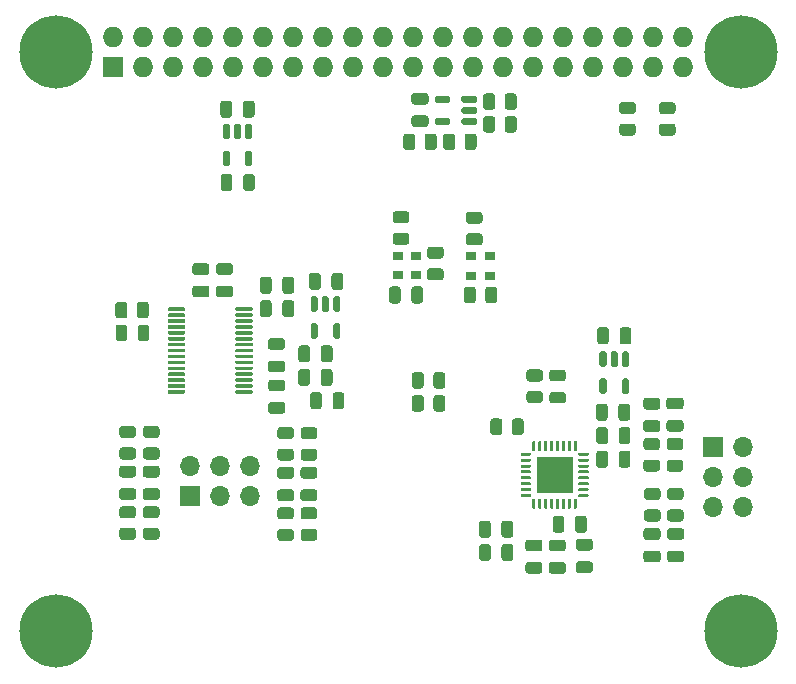
<source format=gts>
G04 #@! TF.GenerationSoftware,KiCad,Pcbnew,7.0.9-7.0.9~ubuntu23.04.1*
G04 #@! TF.CreationDate,2023-12-27T18:22:18+00:00*
G04 #@! TF.ProjectId,pedalboard-soundcard,70656461-6c62-46f6-9172-642d736f756e,0.0.1*
G04 #@! TF.SameCoordinates,Original*
G04 #@! TF.FileFunction,Soldermask,Top*
G04 #@! TF.FilePolarity,Negative*
%FSLAX46Y46*%
G04 Gerber Fmt 4.6, Leading zero omitted, Abs format (unit mm)*
G04 Created by KiCad (PCBNEW 7.0.9-7.0.9~ubuntu23.04.1) date 2023-12-27 18:22:18*
%MOMM*%
%LPD*%
G01*
G04 APERTURE LIST*
%ADD10C,6.200000*%
%ADD11R,1.727200X1.727200*%
%ADD12O,1.727200X1.727200*%
%ADD13R,0.850000X0.650000*%
%ADD14R,1.700000X1.700000*%
%ADD15O,1.700000X1.700000*%
%ADD16R,3.100000X3.100000*%
G04 APERTURE END LIST*
D10*
X61500000Y52500000D03*
X3500000Y52500000D03*
X3500000Y3500000D03*
X61500000Y3500000D03*
D11*
X8370000Y51230000D03*
D12*
X8370000Y53770000D03*
X10910000Y51230000D03*
X10910000Y53770000D03*
X13450000Y51230000D03*
X13450000Y53770000D03*
X15990000Y51230000D03*
X15990000Y53770000D03*
X18530000Y51230000D03*
X18530000Y53770000D03*
X21070000Y51230000D03*
X21070000Y53770000D03*
X23610000Y51230000D03*
X23610000Y53770000D03*
X26150000Y51230000D03*
X26150000Y53770000D03*
X28690000Y51230000D03*
X28690000Y53770000D03*
X31230000Y51230000D03*
X31230000Y53770000D03*
X33770000Y51230000D03*
X33770000Y53770000D03*
X36310000Y51230000D03*
X36310000Y53770000D03*
X38850000Y51230000D03*
X38850000Y53770000D03*
X41390000Y51230000D03*
X41390000Y53770000D03*
X43930000Y51230000D03*
X43930000Y53770000D03*
X46470000Y51230000D03*
X46470000Y53770000D03*
X49010000Y51230000D03*
X49010000Y53770000D03*
X51550000Y51230000D03*
X51550000Y53770000D03*
X54090000Y51230000D03*
X54090000Y53770000D03*
X56630000Y51230000D03*
X56630000Y53770000D03*
G36*
G01*
X36300000Y44475000D02*
X36300000Y45375000D01*
G75*
G02*
X36550000Y45625000I250000J0D01*
G01*
X37075000Y45625000D01*
G75*
G02*
X37325000Y45375000I0J-250000D01*
G01*
X37325000Y44475000D01*
G75*
G02*
X37075000Y44225000I-250000J0D01*
G01*
X36550000Y44225000D01*
G75*
G02*
X36300000Y44475000I0J250000D01*
G01*
G37*
G36*
G01*
X38125000Y44475000D02*
X38125000Y45375000D01*
G75*
G02*
X38375000Y45625000I250000J0D01*
G01*
X38900000Y45625000D01*
G75*
G02*
X39150000Y45375000I0J-250000D01*
G01*
X39150000Y44475000D01*
G75*
G02*
X38900000Y44225000I-250000J0D01*
G01*
X38375000Y44225000D01*
G75*
G02*
X38125000Y44475000I0J250000D01*
G01*
G37*
G36*
G01*
X36100000Y33195000D02*
X35200000Y33195000D01*
G75*
G02*
X34950000Y33445000I0J250000D01*
G01*
X34950000Y33970000D01*
G75*
G02*
X35200000Y34220000I250000J0D01*
G01*
X36100000Y34220000D01*
G75*
G02*
X36350000Y33970000I0J-250000D01*
G01*
X36350000Y33445000D01*
G75*
G02*
X36100000Y33195000I-250000J0D01*
G01*
G37*
G36*
G01*
X36100000Y35020000D02*
X35200000Y35020000D01*
G75*
G02*
X34950000Y35270000I0J250000D01*
G01*
X34950000Y35795000D01*
G75*
G02*
X35200000Y36045000I250000J0D01*
G01*
X36100000Y36045000D01*
G75*
G02*
X36350000Y35795000I0J-250000D01*
G01*
X36350000Y35270000D01*
G75*
G02*
X36100000Y35020000I-250000J0D01*
G01*
G37*
G36*
G01*
X53525000Y12220000D02*
X54475000Y12220000D01*
G75*
G02*
X54725000Y11970000I0J-250000D01*
G01*
X54725000Y11470000D01*
G75*
G02*
X54475000Y11220000I-250000J0D01*
G01*
X53525000Y11220000D01*
G75*
G02*
X53275000Y11470000I0J250000D01*
G01*
X53275000Y11970000D01*
G75*
G02*
X53525000Y12220000I250000J0D01*
G01*
G37*
G36*
G01*
X53525000Y10320000D02*
X54475000Y10320000D01*
G75*
G02*
X54725000Y10070000I0J-250000D01*
G01*
X54725000Y9570000D01*
G75*
G02*
X54475000Y9320000I-250000J0D01*
G01*
X53525000Y9320000D01*
G75*
G02*
X53275000Y9570000I0J250000D01*
G01*
X53275000Y10070000D01*
G75*
G02*
X53525000Y10320000I250000J0D01*
G01*
G37*
D13*
X34025000Y33625000D03*
X34025000Y35275000D03*
X32475000Y35275000D03*
X32475000Y33625000D03*
G36*
G01*
X19700000Y46450000D02*
X20000000Y46450000D01*
G75*
G02*
X20150000Y46300000I0J-150000D01*
G01*
X20150000Y45275000D01*
G75*
G02*
X20000000Y45125000I-150000J0D01*
G01*
X19700000Y45125000D01*
G75*
G02*
X19550000Y45275000I0J150000D01*
G01*
X19550000Y46300000D01*
G75*
G02*
X19700000Y46450000I150000J0D01*
G01*
G37*
G36*
G01*
X18750000Y46450000D02*
X19050000Y46450000D01*
G75*
G02*
X19200000Y46300000I0J-150000D01*
G01*
X19200000Y45275000D01*
G75*
G02*
X19050000Y45125000I-150000J0D01*
G01*
X18750000Y45125000D01*
G75*
G02*
X18600000Y45275000I0J150000D01*
G01*
X18600000Y46300000D01*
G75*
G02*
X18750000Y46450000I150000J0D01*
G01*
G37*
G36*
G01*
X17800000Y46450000D02*
X18100000Y46450000D01*
G75*
G02*
X18250000Y46300000I0J-150000D01*
G01*
X18250000Y45275000D01*
G75*
G02*
X18100000Y45125000I-150000J0D01*
G01*
X17800000Y45125000D01*
G75*
G02*
X17650000Y45275000I0J150000D01*
G01*
X17650000Y46300000D01*
G75*
G02*
X17800000Y46450000I150000J0D01*
G01*
G37*
G36*
G01*
X17800000Y44175000D02*
X18100000Y44175000D01*
G75*
G02*
X18250000Y44025000I0J-150000D01*
G01*
X18250000Y43000000D01*
G75*
G02*
X18100000Y42850000I-150000J0D01*
G01*
X17800000Y42850000D01*
G75*
G02*
X17650000Y43000000I0J150000D01*
G01*
X17650000Y44025000D01*
G75*
G02*
X17800000Y44175000I150000J0D01*
G01*
G37*
G36*
G01*
X19700000Y44175000D02*
X20000000Y44175000D01*
G75*
G02*
X20150000Y44025000I0J-150000D01*
G01*
X20150000Y43000000D01*
G75*
G02*
X20000000Y42850000I-150000J0D01*
G01*
X19700000Y42850000D01*
G75*
G02*
X19550000Y43000000I0J150000D01*
G01*
X19550000Y44025000D01*
G75*
G02*
X19700000Y44175000I150000J0D01*
G01*
G37*
G36*
G01*
X53575000Y15620000D02*
X54475000Y15620000D01*
G75*
G02*
X54725000Y15370000I0J-250000D01*
G01*
X54725000Y14845000D01*
G75*
G02*
X54475000Y14595000I-250000J0D01*
G01*
X53575000Y14595000D01*
G75*
G02*
X53325000Y14845000I0J250000D01*
G01*
X53325000Y15370000D01*
G75*
G02*
X53575000Y15620000I250000J0D01*
G01*
G37*
G36*
G01*
X53575000Y13795000D02*
X54475000Y13795000D01*
G75*
G02*
X54725000Y13545000I0J-250000D01*
G01*
X54725000Y13020000D01*
G75*
G02*
X54475000Y12770000I-250000J0D01*
G01*
X53575000Y12770000D01*
G75*
G02*
X53325000Y13020000I0J250000D01*
G01*
X53325000Y13545000D01*
G75*
G02*
X53575000Y13795000I250000J0D01*
G01*
G37*
G36*
G01*
X11125000Y17500000D02*
X12075000Y17500000D01*
G75*
G02*
X12325000Y17250000I0J-250000D01*
G01*
X12325000Y16750000D01*
G75*
G02*
X12075000Y16500000I-250000J0D01*
G01*
X11125000Y16500000D01*
G75*
G02*
X10875000Y16750000I0J250000D01*
G01*
X10875000Y17250000D01*
G75*
G02*
X11125000Y17500000I250000J0D01*
G01*
G37*
G36*
G01*
X11125000Y15600000D02*
X12075000Y15600000D01*
G75*
G02*
X12325000Y15350000I0J-250000D01*
G01*
X12325000Y14850000D01*
G75*
G02*
X12075000Y14600000I-250000J0D01*
G01*
X11125000Y14600000D01*
G75*
G02*
X10875000Y14850000I0J250000D01*
G01*
X10875000Y15350000D01*
G75*
G02*
X11125000Y15600000I250000J0D01*
G01*
G37*
G36*
G01*
X18275000Y31750000D02*
X17325000Y31750000D01*
G75*
G02*
X17075000Y32000000I0J250000D01*
G01*
X17075000Y32500000D01*
G75*
G02*
X17325000Y32750000I250000J0D01*
G01*
X18275000Y32750000D01*
G75*
G02*
X18525000Y32500000I0J-250000D01*
G01*
X18525000Y32000000D01*
G75*
G02*
X18275000Y31750000I-250000J0D01*
G01*
G37*
G36*
G01*
X18275000Y33650000D02*
X17325000Y33650000D01*
G75*
G02*
X17075000Y33900000I0J250000D01*
G01*
X17075000Y34400000D01*
G75*
G02*
X17325000Y34650000I250000J0D01*
G01*
X18275000Y34650000D01*
G75*
G02*
X18525000Y34400000I0J-250000D01*
G01*
X18525000Y33900000D01*
G75*
G02*
X18275000Y33650000I-250000J0D01*
G01*
G37*
G36*
G01*
X31725000Y31485000D02*
X31725000Y32435000D01*
G75*
G02*
X31975000Y32685000I250000J0D01*
G01*
X32475000Y32685000D01*
G75*
G02*
X32725000Y32435000I0J-250000D01*
G01*
X32725000Y31485000D01*
G75*
G02*
X32475000Y31235000I-250000J0D01*
G01*
X31975000Y31235000D01*
G75*
G02*
X31725000Y31485000I0J250000D01*
G01*
G37*
G36*
G01*
X33625000Y31485000D02*
X33625000Y32435000D01*
G75*
G02*
X33875000Y32685000I250000J0D01*
G01*
X34375000Y32685000D01*
G75*
G02*
X34625000Y32435000I0J-250000D01*
G01*
X34625000Y31485000D01*
G75*
G02*
X34375000Y31235000I-250000J0D01*
G01*
X33875000Y31235000D01*
G75*
G02*
X33625000Y31485000I0J250000D01*
G01*
G37*
G36*
G01*
X39700000Y45950000D02*
X39700000Y46850000D01*
G75*
G02*
X39950000Y47100000I250000J0D01*
G01*
X40475000Y47100000D01*
G75*
G02*
X40725000Y46850000I0J-250000D01*
G01*
X40725000Y45950000D01*
G75*
G02*
X40475000Y45700000I-250000J0D01*
G01*
X39950000Y45700000D01*
G75*
G02*
X39700000Y45950000I0J250000D01*
G01*
G37*
G36*
G01*
X41525000Y45950000D02*
X41525000Y46850000D01*
G75*
G02*
X41775000Y47100000I250000J0D01*
G01*
X42300000Y47100000D01*
G75*
G02*
X42550000Y46850000I0J-250000D01*
G01*
X42550000Y45950000D01*
G75*
G02*
X42300000Y45700000I-250000J0D01*
G01*
X41775000Y45700000D01*
G75*
G02*
X41525000Y45950000I0J250000D01*
G01*
G37*
G36*
G01*
X32925000Y44475000D02*
X32925000Y45375000D01*
G75*
G02*
X33175000Y45625000I250000J0D01*
G01*
X33700000Y45625000D01*
G75*
G02*
X33950000Y45375000I0J-250000D01*
G01*
X33950000Y44475000D01*
G75*
G02*
X33700000Y44225000I-250000J0D01*
G01*
X33175000Y44225000D01*
G75*
G02*
X32925000Y44475000I0J250000D01*
G01*
G37*
G36*
G01*
X34750000Y44475000D02*
X34750000Y45375000D01*
G75*
G02*
X35000000Y45625000I250000J0D01*
G01*
X35525000Y45625000D01*
G75*
G02*
X35775000Y45375000I0J-250000D01*
G01*
X35775000Y44475000D01*
G75*
G02*
X35525000Y44225000I-250000J0D01*
G01*
X35000000Y44225000D01*
G75*
G02*
X34750000Y44475000I0J250000D01*
G01*
G37*
X40250000Y33575000D03*
X40250000Y35225000D03*
X38700000Y35225000D03*
X38700000Y33575000D03*
G36*
G01*
X45553750Y25625000D02*
X46466250Y25625000D01*
G75*
G02*
X46710000Y25381250I0J-243750D01*
G01*
X46710000Y24893750D01*
G75*
G02*
X46466250Y24650000I-243750J0D01*
G01*
X45553750Y24650000D01*
G75*
G02*
X45310000Y24893750I0J243750D01*
G01*
X45310000Y25381250D01*
G75*
G02*
X45553750Y25625000I243750J0D01*
G01*
G37*
G36*
G01*
X45553750Y23750000D02*
X46466250Y23750000D01*
G75*
G02*
X46710000Y23506250I0J-243750D01*
G01*
X46710000Y23018750D01*
G75*
G02*
X46466250Y22775000I-243750J0D01*
G01*
X45553750Y22775000D01*
G75*
G02*
X45310000Y23018750I0J243750D01*
G01*
X45310000Y23506250D01*
G75*
G02*
X45553750Y23750000I243750J0D01*
G01*
G37*
G36*
G01*
X22700000Y21900000D02*
X21750000Y21900000D01*
G75*
G02*
X21500000Y22150000I0J250000D01*
G01*
X21500000Y22650000D01*
G75*
G02*
X21750000Y22900000I250000J0D01*
G01*
X22700000Y22900000D01*
G75*
G02*
X22950000Y22650000I0J-250000D01*
G01*
X22950000Y22150000D01*
G75*
G02*
X22700000Y21900000I-250000J0D01*
G01*
G37*
G36*
G01*
X22700000Y23800000D02*
X21750000Y23800000D01*
G75*
G02*
X21500000Y24050000I0J250000D01*
G01*
X21500000Y24550000D01*
G75*
G02*
X21750000Y24800000I250000J0D01*
G01*
X22700000Y24800000D01*
G75*
G02*
X22950000Y24550000I0J-250000D01*
G01*
X22950000Y24050000D01*
G75*
G02*
X22700000Y23800000I-250000J0D01*
G01*
G37*
G36*
G01*
X39350000Y11650000D02*
X39350000Y12600000D01*
G75*
G02*
X39600000Y12850000I250000J0D01*
G01*
X40100000Y12850000D01*
G75*
G02*
X40350000Y12600000I0J-250000D01*
G01*
X40350000Y11650000D01*
G75*
G02*
X40100000Y11400000I-250000J0D01*
G01*
X39600000Y11400000D01*
G75*
G02*
X39350000Y11650000I0J250000D01*
G01*
G37*
G36*
G01*
X41250000Y11650000D02*
X41250000Y12600000D01*
G75*
G02*
X41500000Y12850000I250000J0D01*
G01*
X42000000Y12850000D01*
G75*
G02*
X42250000Y12600000I0J-250000D01*
G01*
X42250000Y11650000D01*
G75*
G02*
X42000000Y11400000I-250000J0D01*
G01*
X41500000Y11400000D01*
G75*
G02*
X41250000Y11650000I0J250000D01*
G01*
G37*
D14*
X14840000Y14920000D03*
D15*
X14840000Y17460000D03*
X17380000Y14920000D03*
X17380000Y17460000D03*
X19920000Y14920000D03*
X19920000Y17460000D03*
G36*
G01*
X20800000Y30325000D02*
X20800000Y31275000D01*
G75*
G02*
X21050000Y31525000I250000J0D01*
G01*
X21550000Y31525000D01*
G75*
G02*
X21800000Y31275000I0J-250000D01*
G01*
X21800000Y30325000D01*
G75*
G02*
X21550000Y30075000I-250000J0D01*
G01*
X21050000Y30075000D01*
G75*
G02*
X20800000Y30325000I0J250000D01*
G01*
G37*
G36*
G01*
X22700000Y30325000D02*
X22700000Y31275000D01*
G75*
G02*
X22950000Y31525000I250000J0D01*
G01*
X23450000Y31525000D01*
G75*
G02*
X23700000Y31275000I0J-250000D01*
G01*
X23700000Y30325000D01*
G75*
G02*
X23450000Y30075000I-250000J0D01*
G01*
X22950000Y30075000D01*
G75*
G02*
X22700000Y30325000I0J250000D01*
G01*
G37*
G36*
G01*
X22500000Y17400000D02*
X23450000Y17400000D01*
G75*
G02*
X23700000Y17150000I0J-250000D01*
G01*
X23700000Y16650000D01*
G75*
G02*
X23450000Y16400000I-250000J0D01*
G01*
X22500000Y16400000D01*
G75*
G02*
X22250000Y16650000I0J250000D01*
G01*
X22250000Y17150000D01*
G75*
G02*
X22500000Y17400000I250000J0D01*
G01*
G37*
G36*
G01*
X22500000Y15500000D02*
X23450000Y15500000D01*
G75*
G02*
X23700000Y15250000I0J-250000D01*
G01*
X23700000Y14750000D01*
G75*
G02*
X23450000Y14500000I-250000J0D01*
G01*
X22500000Y14500000D01*
G75*
G02*
X22250000Y14750000I0J250000D01*
G01*
X22250000Y15250000D01*
G75*
G02*
X22500000Y15500000I250000J0D01*
G01*
G37*
G36*
G01*
X23425000Y11125000D02*
X22525000Y11125000D01*
G75*
G02*
X22275000Y11375000I0J250000D01*
G01*
X22275000Y11900000D01*
G75*
G02*
X22525000Y12150000I250000J0D01*
G01*
X23425000Y12150000D01*
G75*
G02*
X23675000Y11900000I0J-250000D01*
G01*
X23675000Y11375000D01*
G75*
G02*
X23425000Y11125000I-250000J0D01*
G01*
G37*
G36*
G01*
X23425000Y12950000D02*
X22525000Y12950000D01*
G75*
G02*
X22275000Y13200000I0J250000D01*
G01*
X22275000Y13725000D01*
G75*
G02*
X22525000Y13975000I250000J0D01*
G01*
X23425000Y13975000D01*
G75*
G02*
X23675000Y13725000I0J-250000D01*
G01*
X23675000Y13200000D01*
G75*
G02*
X23425000Y12950000I-250000J0D01*
G01*
G37*
G36*
G01*
X24475000Y17400000D02*
X25425000Y17400000D01*
G75*
G02*
X25675000Y17150000I0J-250000D01*
G01*
X25675000Y16650000D01*
G75*
G02*
X25425000Y16400000I-250000J0D01*
G01*
X24475000Y16400000D01*
G75*
G02*
X24225000Y16650000I0J250000D01*
G01*
X24225000Y17150000D01*
G75*
G02*
X24475000Y17400000I250000J0D01*
G01*
G37*
G36*
G01*
X24475000Y15500000D02*
X25425000Y15500000D01*
G75*
G02*
X25675000Y15250000I0J-250000D01*
G01*
X25675000Y14750000D01*
G75*
G02*
X25425000Y14500000I-250000J0D01*
G01*
X24475000Y14500000D01*
G75*
G02*
X24225000Y14750000I0J250000D01*
G01*
X24225000Y15250000D01*
G75*
G02*
X24475000Y15500000I250000J0D01*
G01*
G37*
G36*
G01*
X46450000Y8350000D02*
X45500000Y8350000D01*
G75*
G02*
X45250000Y8600000I0J250000D01*
G01*
X45250000Y9100000D01*
G75*
G02*
X45500000Y9350000I250000J0D01*
G01*
X46450000Y9350000D01*
G75*
G02*
X46700000Y9100000I0J-250000D01*
G01*
X46700000Y8600000D01*
G75*
G02*
X46450000Y8350000I-250000J0D01*
G01*
G37*
G36*
G01*
X46450000Y10250000D02*
X45500000Y10250000D01*
G75*
G02*
X45250000Y10500000I0J250000D01*
G01*
X45250000Y11000000D01*
G75*
G02*
X45500000Y11250000I250000J0D01*
G01*
X46450000Y11250000D01*
G75*
G02*
X46700000Y11000000I0J-250000D01*
G01*
X46700000Y10500000D01*
G75*
G02*
X46450000Y10250000I-250000J0D01*
G01*
G37*
G36*
G01*
X20375000Y41950000D02*
X20375000Y41000000D01*
G75*
G02*
X20125000Y40750000I-250000J0D01*
G01*
X19625000Y40750000D01*
G75*
G02*
X19375000Y41000000I0J250000D01*
G01*
X19375000Y41950000D01*
G75*
G02*
X19625000Y42200000I250000J0D01*
G01*
X20125000Y42200000D01*
G75*
G02*
X20375000Y41950000I0J-250000D01*
G01*
G37*
G36*
G01*
X18475000Y41950000D02*
X18475000Y41000000D01*
G75*
G02*
X18225000Y40750000I-250000J0D01*
G01*
X17725000Y40750000D01*
G75*
G02*
X17475000Y41000000I0J250000D01*
G01*
X17475000Y41950000D01*
G75*
G02*
X17725000Y42200000I250000J0D01*
G01*
X18225000Y42200000D01*
G75*
G02*
X18475000Y41950000I0J-250000D01*
G01*
G37*
G36*
G01*
X54425000Y16997500D02*
X53525000Y16997500D01*
G75*
G02*
X53275000Y17247500I0J250000D01*
G01*
X53275000Y17772500D01*
G75*
G02*
X53525000Y18022500I250000J0D01*
G01*
X54425000Y18022500D01*
G75*
G02*
X54675000Y17772500I0J-250000D01*
G01*
X54675000Y17247500D01*
G75*
G02*
X54425000Y16997500I-250000J0D01*
G01*
G37*
G36*
G01*
X54425000Y18822500D02*
X53525000Y18822500D01*
G75*
G02*
X53275000Y19072500I0J250000D01*
G01*
X53275000Y19597500D01*
G75*
G02*
X53525000Y19847500I250000J0D01*
G01*
X54425000Y19847500D01*
G75*
G02*
X54675000Y19597500I0J-250000D01*
G01*
X54675000Y19072500D01*
G75*
G02*
X54425000Y18822500I-250000J0D01*
G01*
G37*
G36*
G01*
X39350000Y9675000D02*
X39350000Y10625000D01*
G75*
G02*
X39600000Y10875000I250000J0D01*
G01*
X40100000Y10875000D01*
G75*
G02*
X40350000Y10625000I0J-250000D01*
G01*
X40350000Y9675000D01*
G75*
G02*
X40100000Y9425000I-250000J0D01*
G01*
X39600000Y9425000D01*
G75*
G02*
X39350000Y9675000I0J250000D01*
G01*
G37*
G36*
G01*
X41250000Y9675000D02*
X41250000Y10625000D01*
G75*
G02*
X41500000Y10875000I250000J0D01*
G01*
X42000000Y10875000D01*
G75*
G02*
X42250000Y10625000I0J-250000D01*
G01*
X42250000Y9675000D01*
G75*
G02*
X42000000Y9425000I-250000J0D01*
G01*
X41500000Y9425000D01*
G75*
G02*
X41250000Y9675000I0J250000D01*
G01*
G37*
G36*
G01*
X22525000Y20775000D02*
X23425000Y20775000D01*
G75*
G02*
X23675000Y20525000I0J-250000D01*
G01*
X23675000Y20000000D01*
G75*
G02*
X23425000Y19750000I-250000J0D01*
G01*
X22525000Y19750000D01*
G75*
G02*
X22275000Y20000000I0J250000D01*
G01*
X22275000Y20525000D01*
G75*
G02*
X22525000Y20775000I250000J0D01*
G01*
G37*
G36*
G01*
X22525000Y18950000D02*
X23425000Y18950000D01*
G75*
G02*
X23675000Y18700000I0J-250000D01*
G01*
X23675000Y18175000D01*
G75*
G02*
X23425000Y17925000I-250000J0D01*
G01*
X22525000Y17925000D01*
G75*
G02*
X22275000Y18175000I0J250000D01*
G01*
X22275000Y18700000D01*
G75*
G02*
X22525000Y18950000I250000J0D01*
G01*
G37*
G36*
G01*
X24050000Y26500000D02*
X24050000Y27450000D01*
G75*
G02*
X24300000Y27700000I250000J0D01*
G01*
X24800000Y27700000D01*
G75*
G02*
X25050000Y27450000I0J-250000D01*
G01*
X25050000Y26500000D01*
G75*
G02*
X24800000Y26250000I-250000J0D01*
G01*
X24300000Y26250000D01*
G75*
G02*
X24050000Y26500000I0J250000D01*
G01*
G37*
G36*
G01*
X25950000Y26500000D02*
X25950000Y27450000D01*
G75*
G02*
X26200000Y27700000I250000J0D01*
G01*
X26700000Y27700000D01*
G75*
G02*
X26950000Y27450000I0J-250000D01*
G01*
X26950000Y26500000D01*
G75*
G02*
X26700000Y26250000I-250000J0D01*
G01*
X26200000Y26250000D01*
G75*
G02*
X25950000Y26500000I0J250000D01*
G01*
G37*
G36*
G01*
X25400000Y11125000D02*
X24500000Y11125000D01*
G75*
G02*
X24250000Y11375000I0J250000D01*
G01*
X24250000Y11900000D01*
G75*
G02*
X24500000Y12150000I250000J0D01*
G01*
X25400000Y12150000D01*
G75*
G02*
X25650000Y11900000I0J-250000D01*
G01*
X25650000Y11375000D01*
G75*
G02*
X25400000Y11125000I-250000J0D01*
G01*
G37*
G36*
G01*
X25400000Y12950000D02*
X24500000Y12950000D01*
G75*
G02*
X24250000Y13200000I0J250000D01*
G01*
X24250000Y13725000D01*
G75*
G02*
X24500000Y13975000I250000J0D01*
G01*
X25400000Y13975000D01*
G75*
G02*
X25650000Y13725000I0J-250000D01*
G01*
X25650000Y13200000D01*
G75*
G02*
X25400000Y12950000I-250000J0D01*
G01*
G37*
G36*
G01*
X54455000Y20357500D02*
X53505000Y20357500D01*
G75*
G02*
X53255000Y20607500I0J250000D01*
G01*
X53255000Y21107500D01*
G75*
G02*
X53505000Y21357500I250000J0D01*
G01*
X54455000Y21357500D01*
G75*
G02*
X54705000Y21107500I0J-250000D01*
G01*
X54705000Y20607500D01*
G75*
G02*
X54455000Y20357500I-250000J0D01*
G01*
G37*
G36*
G01*
X54455000Y22257500D02*
X53505000Y22257500D01*
G75*
G02*
X53255000Y22507500I0J250000D01*
G01*
X53255000Y23007500D01*
G75*
G02*
X53505000Y23257500I250000J0D01*
G01*
X54455000Y23257500D01*
G75*
G02*
X54705000Y23007500I0J-250000D01*
G01*
X54705000Y22507500D01*
G75*
G02*
X54455000Y22257500I-250000J0D01*
G01*
G37*
G36*
G01*
X8555000Y30225000D02*
X8555000Y31125000D01*
G75*
G02*
X8805000Y31375000I250000J0D01*
G01*
X9330000Y31375000D01*
G75*
G02*
X9580000Y31125000I0J-250000D01*
G01*
X9580000Y30225000D01*
G75*
G02*
X9330000Y29975000I-250000J0D01*
G01*
X8805000Y29975000D01*
G75*
G02*
X8555000Y30225000I0J250000D01*
G01*
G37*
G36*
G01*
X10380000Y30225000D02*
X10380000Y31125000D01*
G75*
G02*
X10630000Y31375000I250000J0D01*
G01*
X11155000Y31375000D01*
G75*
G02*
X11405000Y31125000I0J-250000D01*
G01*
X11405000Y30225000D01*
G75*
G02*
X11155000Y29975000I-250000J0D01*
G01*
X10630000Y29975000D01*
G75*
G02*
X10380000Y30225000I0J250000D01*
G01*
G37*
G36*
G01*
X20350000Y48155000D02*
X20350000Y47205000D01*
G75*
G02*
X20100000Y46955000I-250000J0D01*
G01*
X19600000Y46955000D01*
G75*
G02*
X19350000Y47205000I0J250000D01*
G01*
X19350000Y48155000D01*
G75*
G02*
X19600000Y48405000I250000J0D01*
G01*
X20100000Y48405000D01*
G75*
G02*
X20350000Y48155000I0J-250000D01*
G01*
G37*
G36*
G01*
X18450000Y48155000D02*
X18450000Y47205000D01*
G75*
G02*
X18200000Y46955000I-250000J0D01*
G01*
X17700000Y46955000D01*
G75*
G02*
X17450000Y47205000I0J250000D01*
G01*
X17450000Y48155000D01*
G75*
G02*
X17700000Y48405000I250000J0D01*
G01*
X18200000Y48405000D01*
G75*
G02*
X18450000Y48155000I0J-250000D01*
G01*
G37*
G36*
G01*
X21725000Y28300000D02*
X22675000Y28300000D01*
G75*
G02*
X22925000Y28050000I0J-250000D01*
G01*
X22925000Y27550000D01*
G75*
G02*
X22675000Y27300000I-250000J0D01*
G01*
X21725000Y27300000D01*
G75*
G02*
X21475000Y27550000I0J250000D01*
G01*
X21475000Y28050000D01*
G75*
G02*
X21725000Y28300000I250000J0D01*
G01*
G37*
G36*
G01*
X21725000Y26400000D02*
X22675000Y26400000D01*
G75*
G02*
X22925000Y26150000I0J-250000D01*
G01*
X22925000Y25650000D01*
G75*
G02*
X22675000Y25400000I-250000J0D01*
G01*
X21725000Y25400000D01*
G75*
G02*
X21475000Y25650000I0J250000D01*
G01*
X21475000Y26150000D01*
G75*
G02*
X21725000Y26400000I250000J0D01*
G01*
G37*
G36*
G01*
X55740000Y45435000D02*
X54840000Y45435000D01*
G75*
G02*
X54590000Y45685000I0J250000D01*
G01*
X54590000Y46210000D01*
G75*
G02*
X54840000Y46460000I250000J0D01*
G01*
X55740000Y46460000D01*
G75*
G02*
X55990000Y46210000I0J-250000D01*
G01*
X55990000Y45685000D01*
G75*
G02*
X55740000Y45435000I-250000J0D01*
G01*
G37*
G36*
G01*
X55740000Y47260000D02*
X54840000Y47260000D01*
G75*
G02*
X54590000Y47510000I0J250000D01*
G01*
X54590000Y48035000D01*
G75*
G02*
X54840000Y48285000I250000J0D01*
G01*
X55740000Y48285000D01*
G75*
G02*
X55990000Y48035000I0J-250000D01*
G01*
X55990000Y47510000D01*
G75*
G02*
X55740000Y47260000I-250000J0D01*
G01*
G37*
D14*
X59150000Y19100000D03*
D15*
X61690000Y19100000D03*
X59150000Y16560000D03*
X61690000Y16560000D03*
X59150000Y14020000D03*
X61690000Y14020000D03*
G36*
G01*
X20800000Y32300000D02*
X20800000Y33250000D01*
G75*
G02*
X21050000Y33500000I250000J0D01*
G01*
X21550000Y33500000D01*
G75*
G02*
X21800000Y33250000I0J-250000D01*
G01*
X21800000Y32300000D01*
G75*
G02*
X21550000Y32050000I-250000J0D01*
G01*
X21050000Y32050000D01*
G75*
G02*
X20800000Y32300000I0J250000D01*
G01*
G37*
G36*
G01*
X22700000Y32300000D02*
X22700000Y33250000D01*
G75*
G02*
X22950000Y33500000I250000J0D01*
G01*
X23450000Y33500000D01*
G75*
G02*
X23700000Y33250000I0J-250000D01*
G01*
X23700000Y32300000D01*
G75*
G02*
X23450000Y32050000I-250000J0D01*
G01*
X22950000Y32050000D01*
G75*
G02*
X22700000Y32300000I0J250000D01*
G01*
G37*
G36*
G01*
X52150000Y22500000D02*
X52150000Y21550000D01*
G75*
G02*
X51900000Y21300000I-250000J0D01*
G01*
X51400000Y21300000D01*
G75*
G02*
X51150000Y21550000I0J250000D01*
G01*
X51150000Y22500000D01*
G75*
G02*
X51400000Y22750000I250000J0D01*
G01*
X51900000Y22750000D01*
G75*
G02*
X52150000Y22500000I0J-250000D01*
G01*
G37*
G36*
G01*
X50250000Y22500000D02*
X50250000Y21550000D01*
G75*
G02*
X50000000Y21300000I-250000J0D01*
G01*
X49500000Y21300000D01*
G75*
G02*
X49250000Y21550000I0J250000D01*
G01*
X49250000Y22500000D01*
G75*
G02*
X49500000Y22750000I250000J0D01*
G01*
X50000000Y22750000D01*
G75*
G02*
X50250000Y22500000I0J-250000D01*
G01*
G37*
G36*
G01*
X56415000Y20372500D02*
X55465000Y20372500D01*
G75*
G02*
X55215000Y20622500I0J250000D01*
G01*
X55215000Y21122500D01*
G75*
G02*
X55465000Y21372500I250000J0D01*
G01*
X56415000Y21372500D01*
G75*
G02*
X56665000Y21122500I0J-250000D01*
G01*
X56665000Y20622500D01*
G75*
G02*
X56415000Y20372500I-250000J0D01*
G01*
G37*
G36*
G01*
X56415000Y22272500D02*
X55465000Y22272500D01*
G75*
G02*
X55215000Y22522500I0J250000D01*
G01*
X55215000Y23022500D01*
G75*
G02*
X55465000Y23272500I250000J0D01*
G01*
X56415000Y23272500D01*
G75*
G02*
X56665000Y23022500I0J-250000D01*
G01*
X56665000Y22522500D01*
G75*
G02*
X56415000Y22272500I-250000J0D01*
G01*
G37*
G36*
G01*
X40900000Y32400000D02*
X40900000Y31500000D01*
G75*
G02*
X40650000Y31250000I-250000J0D01*
G01*
X40125000Y31250000D01*
G75*
G02*
X39875000Y31500000I0J250000D01*
G01*
X39875000Y32400000D01*
G75*
G02*
X40125000Y32650000I250000J0D01*
G01*
X40650000Y32650000D01*
G75*
G02*
X40900000Y32400000I0J-250000D01*
G01*
G37*
G36*
G01*
X39075000Y32400000D02*
X39075000Y31500000D01*
G75*
G02*
X38825000Y31250000I-250000J0D01*
G01*
X38300000Y31250000D01*
G75*
G02*
X38050000Y31500000I0J250000D01*
G01*
X38050000Y32400000D01*
G75*
G02*
X38300000Y32650000I250000J0D01*
G01*
X38825000Y32650000D01*
G75*
G02*
X39075000Y32400000I0J-250000D01*
G01*
G37*
G36*
G01*
X48475000Y13015000D02*
X48475000Y12065000D01*
G75*
G02*
X48225000Y11815000I-250000J0D01*
G01*
X47725000Y11815000D01*
G75*
G02*
X47475000Y12065000I0J250000D01*
G01*
X47475000Y13015000D01*
G75*
G02*
X47725000Y13265000I250000J0D01*
G01*
X48225000Y13265000D01*
G75*
G02*
X48475000Y13015000I0J-250000D01*
G01*
G37*
G36*
G01*
X46575000Y13015000D02*
X46575000Y12065000D01*
G75*
G02*
X46325000Y11815000I-250000J0D01*
G01*
X45825000Y11815000D01*
G75*
G02*
X45575000Y12065000I0J250000D01*
G01*
X45575000Y13015000D01*
G75*
G02*
X45825000Y13265000I250000J0D01*
G01*
X46325000Y13265000D01*
G75*
G02*
X46575000Y13015000I0J-250000D01*
G01*
G37*
G36*
G01*
X8580000Y28293750D02*
X8580000Y29206250D01*
G75*
G02*
X8823750Y29450000I243750J0D01*
G01*
X9311250Y29450000D01*
G75*
G02*
X9555000Y29206250I0J-243750D01*
G01*
X9555000Y28293750D01*
G75*
G02*
X9311250Y28050000I-243750J0D01*
G01*
X8823750Y28050000D01*
G75*
G02*
X8580000Y28293750I0J243750D01*
G01*
G37*
G36*
G01*
X10455000Y28293750D02*
X10455000Y29206250D01*
G75*
G02*
X10698750Y29450000I243750J0D01*
G01*
X11186250Y29450000D01*
G75*
G02*
X11430000Y29206250I0J-243750D01*
G01*
X11430000Y28293750D01*
G75*
G02*
X11186250Y28050000I-243750J0D01*
G01*
X10698750Y28050000D01*
G75*
G02*
X10455000Y28293750I0J243750D01*
G01*
G37*
G36*
G01*
X44062500Y13848000D02*
X43937500Y13848000D01*
G75*
G02*
X43875000Y13910500I0J62500D01*
G01*
X43875000Y14660500D01*
G75*
G02*
X43937500Y14723000I62500J0D01*
G01*
X44062500Y14723000D01*
G75*
G02*
X44125000Y14660500I0J-62500D01*
G01*
X44125000Y13910500D01*
G75*
G02*
X44062500Y13848000I-62500J0D01*
G01*
G37*
G36*
G01*
X44562500Y13848000D02*
X44437500Y13848000D01*
G75*
G02*
X44375000Y13910500I0J62500D01*
G01*
X44375000Y14660500D01*
G75*
G02*
X44437500Y14723000I62500J0D01*
G01*
X44562500Y14723000D01*
G75*
G02*
X44625000Y14660500I0J-62500D01*
G01*
X44625000Y13910500D01*
G75*
G02*
X44562500Y13848000I-62500J0D01*
G01*
G37*
G36*
G01*
X45062500Y13848000D02*
X44937500Y13848000D01*
G75*
G02*
X44875000Y13910500I0J62500D01*
G01*
X44875000Y14660500D01*
G75*
G02*
X44937500Y14723000I62500J0D01*
G01*
X45062500Y14723000D01*
G75*
G02*
X45125000Y14660500I0J-62500D01*
G01*
X45125000Y13910500D01*
G75*
G02*
X45062500Y13848000I-62500J0D01*
G01*
G37*
G36*
G01*
X45562500Y13848000D02*
X45437500Y13848000D01*
G75*
G02*
X45375000Y13910500I0J62500D01*
G01*
X45375000Y14660500D01*
G75*
G02*
X45437500Y14723000I62500J0D01*
G01*
X45562500Y14723000D01*
G75*
G02*
X45625000Y14660500I0J-62500D01*
G01*
X45625000Y13910500D01*
G75*
G02*
X45562500Y13848000I-62500J0D01*
G01*
G37*
G36*
G01*
X46062500Y13848000D02*
X45937500Y13848000D01*
G75*
G02*
X45875000Y13910500I0J62500D01*
G01*
X45875000Y14660500D01*
G75*
G02*
X45937500Y14723000I62500J0D01*
G01*
X46062500Y14723000D01*
G75*
G02*
X46125000Y14660500I0J-62500D01*
G01*
X46125000Y13910500D01*
G75*
G02*
X46062500Y13848000I-62500J0D01*
G01*
G37*
G36*
G01*
X46562500Y13848000D02*
X46437500Y13848000D01*
G75*
G02*
X46375000Y13910500I0J62500D01*
G01*
X46375000Y14660500D01*
G75*
G02*
X46437500Y14723000I62500J0D01*
G01*
X46562500Y14723000D01*
G75*
G02*
X46625000Y14660500I0J-62500D01*
G01*
X46625000Y13910500D01*
G75*
G02*
X46562500Y13848000I-62500J0D01*
G01*
G37*
G36*
G01*
X47062500Y13848000D02*
X46937500Y13848000D01*
G75*
G02*
X46875000Y13910500I0J62500D01*
G01*
X46875000Y14660500D01*
G75*
G02*
X46937500Y14723000I62500J0D01*
G01*
X47062500Y14723000D01*
G75*
G02*
X47125000Y14660500I0J-62500D01*
G01*
X47125000Y13910500D01*
G75*
G02*
X47062500Y13848000I-62500J0D01*
G01*
G37*
G36*
G01*
X47562500Y13848000D02*
X47437500Y13848000D01*
G75*
G02*
X47375000Y13910500I0J62500D01*
G01*
X47375000Y14660500D01*
G75*
G02*
X47437500Y14723000I62500J0D01*
G01*
X47562500Y14723000D01*
G75*
G02*
X47625000Y14660500I0J-62500D01*
G01*
X47625000Y13910500D01*
G75*
G02*
X47562500Y13848000I-62500J0D01*
G01*
G37*
G36*
G01*
X48562500Y14848000D02*
X47812500Y14848000D01*
G75*
G02*
X47750000Y14910500I0J62500D01*
G01*
X47750000Y15035500D01*
G75*
G02*
X47812500Y15098000I62500J0D01*
G01*
X48562500Y15098000D01*
G75*
G02*
X48625000Y15035500I0J-62500D01*
G01*
X48625000Y14910500D01*
G75*
G02*
X48562500Y14848000I-62500J0D01*
G01*
G37*
G36*
G01*
X48562500Y15348000D02*
X47812500Y15348000D01*
G75*
G02*
X47750000Y15410500I0J62500D01*
G01*
X47750000Y15535500D01*
G75*
G02*
X47812500Y15598000I62500J0D01*
G01*
X48562500Y15598000D01*
G75*
G02*
X48625000Y15535500I0J-62500D01*
G01*
X48625000Y15410500D01*
G75*
G02*
X48562500Y15348000I-62500J0D01*
G01*
G37*
G36*
G01*
X48562500Y15848000D02*
X47812500Y15848000D01*
G75*
G02*
X47750000Y15910500I0J62500D01*
G01*
X47750000Y16035500D01*
G75*
G02*
X47812500Y16098000I62500J0D01*
G01*
X48562500Y16098000D01*
G75*
G02*
X48625000Y16035500I0J-62500D01*
G01*
X48625000Y15910500D01*
G75*
G02*
X48562500Y15848000I-62500J0D01*
G01*
G37*
G36*
G01*
X48562500Y16348000D02*
X47812500Y16348000D01*
G75*
G02*
X47750000Y16410500I0J62500D01*
G01*
X47750000Y16535500D01*
G75*
G02*
X47812500Y16598000I62500J0D01*
G01*
X48562500Y16598000D01*
G75*
G02*
X48625000Y16535500I0J-62500D01*
G01*
X48625000Y16410500D01*
G75*
G02*
X48562500Y16348000I-62500J0D01*
G01*
G37*
G36*
G01*
X48562500Y16848000D02*
X47812500Y16848000D01*
G75*
G02*
X47750000Y16910500I0J62500D01*
G01*
X47750000Y17035500D01*
G75*
G02*
X47812500Y17098000I62500J0D01*
G01*
X48562500Y17098000D01*
G75*
G02*
X48625000Y17035500I0J-62500D01*
G01*
X48625000Y16910500D01*
G75*
G02*
X48562500Y16848000I-62500J0D01*
G01*
G37*
G36*
G01*
X48562500Y17348000D02*
X47812500Y17348000D01*
G75*
G02*
X47750000Y17410500I0J62500D01*
G01*
X47750000Y17535500D01*
G75*
G02*
X47812500Y17598000I62500J0D01*
G01*
X48562500Y17598000D01*
G75*
G02*
X48625000Y17535500I0J-62500D01*
G01*
X48625000Y17410500D01*
G75*
G02*
X48562500Y17348000I-62500J0D01*
G01*
G37*
G36*
G01*
X48562500Y17848000D02*
X47812500Y17848000D01*
G75*
G02*
X47750000Y17910500I0J62500D01*
G01*
X47750000Y18035500D01*
G75*
G02*
X47812500Y18098000I62500J0D01*
G01*
X48562500Y18098000D01*
G75*
G02*
X48625000Y18035500I0J-62500D01*
G01*
X48625000Y17910500D01*
G75*
G02*
X48562500Y17848000I-62500J0D01*
G01*
G37*
G36*
G01*
X48562500Y18348000D02*
X47812500Y18348000D01*
G75*
G02*
X47750000Y18410500I0J62500D01*
G01*
X47750000Y18535500D01*
G75*
G02*
X47812500Y18598000I62500J0D01*
G01*
X48562500Y18598000D01*
G75*
G02*
X48625000Y18535500I0J-62500D01*
G01*
X48625000Y18410500D01*
G75*
G02*
X48562500Y18348000I-62500J0D01*
G01*
G37*
G36*
G01*
X47562500Y18723000D02*
X47437500Y18723000D01*
G75*
G02*
X47375000Y18785500I0J62500D01*
G01*
X47375000Y19535500D01*
G75*
G02*
X47437500Y19598000I62500J0D01*
G01*
X47562500Y19598000D01*
G75*
G02*
X47625000Y19535500I0J-62500D01*
G01*
X47625000Y18785500D01*
G75*
G02*
X47562500Y18723000I-62500J0D01*
G01*
G37*
G36*
G01*
X47062500Y18723000D02*
X46937500Y18723000D01*
G75*
G02*
X46875000Y18785500I0J62500D01*
G01*
X46875000Y19535500D01*
G75*
G02*
X46937500Y19598000I62500J0D01*
G01*
X47062500Y19598000D01*
G75*
G02*
X47125000Y19535500I0J-62500D01*
G01*
X47125000Y18785500D01*
G75*
G02*
X47062500Y18723000I-62500J0D01*
G01*
G37*
G36*
G01*
X46562500Y18723000D02*
X46437500Y18723000D01*
G75*
G02*
X46375000Y18785500I0J62500D01*
G01*
X46375000Y19535500D01*
G75*
G02*
X46437500Y19598000I62500J0D01*
G01*
X46562500Y19598000D01*
G75*
G02*
X46625000Y19535500I0J-62500D01*
G01*
X46625000Y18785500D01*
G75*
G02*
X46562500Y18723000I-62500J0D01*
G01*
G37*
G36*
G01*
X46062500Y18723000D02*
X45937500Y18723000D01*
G75*
G02*
X45875000Y18785500I0J62500D01*
G01*
X45875000Y19535500D01*
G75*
G02*
X45937500Y19598000I62500J0D01*
G01*
X46062500Y19598000D01*
G75*
G02*
X46125000Y19535500I0J-62500D01*
G01*
X46125000Y18785500D01*
G75*
G02*
X46062500Y18723000I-62500J0D01*
G01*
G37*
G36*
G01*
X45562500Y18723000D02*
X45437500Y18723000D01*
G75*
G02*
X45375000Y18785500I0J62500D01*
G01*
X45375000Y19535500D01*
G75*
G02*
X45437500Y19598000I62500J0D01*
G01*
X45562500Y19598000D01*
G75*
G02*
X45625000Y19535500I0J-62500D01*
G01*
X45625000Y18785500D01*
G75*
G02*
X45562500Y18723000I-62500J0D01*
G01*
G37*
G36*
G01*
X45062500Y18723000D02*
X44937500Y18723000D01*
G75*
G02*
X44875000Y18785500I0J62500D01*
G01*
X44875000Y19535500D01*
G75*
G02*
X44937500Y19598000I62500J0D01*
G01*
X45062500Y19598000D01*
G75*
G02*
X45125000Y19535500I0J-62500D01*
G01*
X45125000Y18785500D01*
G75*
G02*
X45062500Y18723000I-62500J0D01*
G01*
G37*
G36*
G01*
X44562500Y18723000D02*
X44437500Y18723000D01*
G75*
G02*
X44375000Y18785500I0J62500D01*
G01*
X44375000Y19535500D01*
G75*
G02*
X44437500Y19598000I62500J0D01*
G01*
X44562500Y19598000D01*
G75*
G02*
X44625000Y19535500I0J-62500D01*
G01*
X44625000Y18785500D01*
G75*
G02*
X44562500Y18723000I-62500J0D01*
G01*
G37*
G36*
G01*
X44062500Y18723000D02*
X43937500Y18723000D01*
G75*
G02*
X43875000Y18785500I0J62500D01*
G01*
X43875000Y19535500D01*
G75*
G02*
X43937500Y19598000I62500J0D01*
G01*
X44062500Y19598000D01*
G75*
G02*
X44125000Y19535500I0J-62500D01*
G01*
X44125000Y18785500D01*
G75*
G02*
X44062500Y18723000I-62500J0D01*
G01*
G37*
G36*
G01*
X43687500Y18348000D02*
X42937500Y18348000D01*
G75*
G02*
X42875000Y18410500I0J62500D01*
G01*
X42875000Y18535500D01*
G75*
G02*
X42937500Y18598000I62500J0D01*
G01*
X43687500Y18598000D01*
G75*
G02*
X43750000Y18535500I0J-62500D01*
G01*
X43750000Y18410500D01*
G75*
G02*
X43687500Y18348000I-62500J0D01*
G01*
G37*
G36*
G01*
X43687500Y17848000D02*
X42937500Y17848000D01*
G75*
G02*
X42875000Y17910500I0J62500D01*
G01*
X42875000Y18035500D01*
G75*
G02*
X42937500Y18098000I62500J0D01*
G01*
X43687500Y18098000D01*
G75*
G02*
X43750000Y18035500I0J-62500D01*
G01*
X43750000Y17910500D01*
G75*
G02*
X43687500Y17848000I-62500J0D01*
G01*
G37*
G36*
G01*
X43687500Y17348000D02*
X42937500Y17348000D01*
G75*
G02*
X42875000Y17410500I0J62500D01*
G01*
X42875000Y17535500D01*
G75*
G02*
X42937500Y17598000I62500J0D01*
G01*
X43687500Y17598000D01*
G75*
G02*
X43750000Y17535500I0J-62500D01*
G01*
X43750000Y17410500D01*
G75*
G02*
X43687500Y17348000I-62500J0D01*
G01*
G37*
G36*
G01*
X43687500Y16848000D02*
X42937500Y16848000D01*
G75*
G02*
X42875000Y16910500I0J62500D01*
G01*
X42875000Y17035500D01*
G75*
G02*
X42937500Y17098000I62500J0D01*
G01*
X43687500Y17098000D01*
G75*
G02*
X43750000Y17035500I0J-62500D01*
G01*
X43750000Y16910500D01*
G75*
G02*
X43687500Y16848000I-62500J0D01*
G01*
G37*
G36*
G01*
X43687500Y16348000D02*
X42937500Y16348000D01*
G75*
G02*
X42875000Y16410500I0J62500D01*
G01*
X42875000Y16535500D01*
G75*
G02*
X42937500Y16598000I62500J0D01*
G01*
X43687500Y16598000D01*
G75*
G02*
X43750000Y16535500I0J-62500D01*
G01*
X43750000Y16410500D01*
G75*
G02*
X43687500Y16348000I-62500J0D01*
G01*
G37*
G36*
G01*
X43687500Y15848000D02*
X42937500Y15848000D01*
G75*
G02*
X42875000Y15910500I0J62500D01*
G01*
X42875000Y16035500D01*
G75*
G02*
X42937500Y16098000I62500J0D01*
G01*
X43687500Y16098000D01*
G75*
G02*
X43750000Y16035500I0J-62500D01*
G01*
X43750000Y15910500D01*
G75*
G02*
X43687500Y15848000I-62500J0D01*
G01*
G37*
G36*
G01*
X43687500Y15348000D02*
X42937500Y15348000D01*
G75*
G02*
X42875000Y15410500I0J62500D01*
G01*
X42875000Y15535500D01*
G75*
G02*
X42937500Y15598000I62500J0D01*
G01*
X43687500Y15598000D01*
G75*
G02*
X43750000Y15535500I0J-62500D01*
G01*
X43750000Y15410500D01*
G75*
G02*
X43687500Y15348000I-62500J0D01*
G01*
G37*
G36*
G01*
X43687500Y14848000D02*
X42937500Y14848000D01*
G75*
G02*
X42875000Y14910500I0J62500D01*
G01*
X42875000Y15035500D01*
G75*
G02*
X42937500Y15098000I62500J0D01*
G01*
X43687500Y15098000D01*
G75*
G02*
X43750000Y15035500I0J-62500D01*
G01*
X43750000Y14910500D01*
G75*
G02*
X43687500Y14848000I-62500J0D01*
G01*
G37*
D16*
X45750000Y16723000D03*
G36*
G01*
X51600000Y27175000D02*
X51900000Y27175000D01*
G75*
G02*
X52050000Y27025000I0J-150000D01*
G01*
X52050000Y26000000D01*
G75*
G02*
X51900000Y25850000I-150000J0D01*
G01*
X51600000Y25850000D01*
G75*
G02*
X51450000Y26000000I0J150000D01*
G01*
X51450000Y27025000D01*
G75*
G02*
X51600000Y27175000I150000J0D01*
G01*
G37*
G36*
G01*
X50650000Y27175000D02*
X50950000Y27175000D01*
G75*
G02*
X51100000Y27025000I0J-150000D01*
G01*
X51100000Y26000000D01*
G75*
G02*
X50950000Y25850000I-150000J0D01*
G01*
X50650000Y25850000D01*
G75*
G02*
X50500000Y26000000I0J150000D01*
G01*
X50500000Y27025000D01*
G75*
G02*
X50650000Y27175000I150000J0D01*
G01*
G37*
G36*
G01*
X49700000Y27175000D02*
X50000000Y27175000D01*
G75*
G02*
X50150000Y27025000I0J-150000D01*
G01*
X50150000Y26000000D01*
G75*
G02*
X50000000Y25850000I-150000J0D01*
G01*
X49700000Y25850000D01*
G75*
G02*
X49550000Y26000000I0J150000D01*
G01*
X49550000Y27025000D01*
G75*
G02*
X49700000Y27175000I150000J0D01*
G01*
G37*
G36*
G01*
X49700000Y24900000D02*
X50000000Y24900000D01*
G75*
G02*
X50150000Y24750000I0J-150000D01*
G01*
X50150000Y23725000D01*
G75*
G02*
X50000000Y23575000I-150000J0D01*
G01*
X49700000Y23575000D01*
G75*
G02*
X49550000Y23725000I0J150000D01*
G01*
X49550000Y24750000D01*
G75*
G02*
X49700000Y24900000I150000J0D01*
G01*
G37*
G36*
G01*
X51600000Y24900000D02*
X51900000Y24900000D01*
G75*
G02*
X52050000Y24750000I0J-150000D01*
G01*
X52050000Y23725000D01*
G75*
G02*
X51900000Y23575000I-150000J0D01*
G01*
X51600000Y23575000D01*
G75*
G02*
X51450000Y23725000I0J150000D01*
G01*
X51450000Y24750000D01*
G75*
G02*
X51600000Y24900000I150000J0D01*
G01*
G37*
G36*
G01*
X27850000Y33575000D02*
X27850000Y32625000D01*
G75*
G02*
X27600000Y32375000I-250000J0D01*
G01*
X27100000Y32375000D01*
G75*
G02*
X26850000Y32625000I0J250000D01*
G01*
X26850000Y33575000D01*
G75*
G02*
X27100000Y33825000I250000J0D01*
G01*
X27600000Y33825000D01*
G75*
G02*
X27850000Y33575000I0J-250000D01*
G01*
G37*
G36*
G01*
X25950000Y33575000D02*
X25950000Y32625000D01*
G75*
G02*
X25700000Y32375000I-250000J0D01*
G01*
X25200000Y32375000D01*
G75*
G02*
X24950000Y32625000I0J250000D01*
G01*
X24950000Y33575000D01*
G75*
G02*
X25200000Y33825000I250000J0D01*
G01*
X25700000Y33825000D01*
G75*
G02*
X25950000Y33575000I0J-250000D01*
G01*
G37*
G36*
G01*
X33655000Y22330000D02*
X33655000Y23230000D01*
G75*
G02*
X33905000Y23480000I250000J0D01*
G01*
X34430000Y23480000D01*
G75*
G02*
X34680000Y23230000I0J-250000D01*
G01*
X34680000Y22330000D01*
G75*
G02*
X34430000Y22080000I-250000J0D01*
G01*
X33905000Y22080000D01*
G75*
G02*
X33655000Y22330000I0J250000D01*
G01*
G37*
G36*
G01*
X35480000Y22330000D02*
X35480000Y23230000D01*
G75*
G02*
X35730000Y23480000I250000J0D01*
G01*
X36255000Y23480000D01*
G75*
G02*
X36505000Y23230000I0J-250000D01*
G01*
X36505000Y22330000D01*
G75*
G02*
X36255000Y22080000I-250000J0D01*
G01*
X35730000Y22080000D01*
G75*
G02*
X35480000Y22330000I0J250000D01*
G01*
G37*
G36*
G01*
X11150000Y20875000D02*
X12050000Y20875000D01*
G75*
G02*
X12300000Y20625000I0J-250000D01*
G01*
X12300000Y20100000D01*
G75*
G02*
X12050000Y19850000I-250000J0D01*
G01*
X11150000Y19850000D01*
G75*
G02*
X10900000Y20100000I0J250000D01*
G01*
X10900000Y20625000D01*
G75*
G02*
X11150000Y20875000I250000J0D01*
G01*
G37*
G36*
G01*
X11150000Y19050000D02*
X12050000Y19050000D01*
G75*
G02*
X12300000Y18800000I0J-250000D01*
G01*
X12300000Y18275000D01*
G75*
G02*
X12050000Y18025000I-250000J0D01*
G01*
X11150000Y18025000D01*
G75*
G02*
X10900000Y18275000I0J250000D01*
G01*
X10900000Y18800000D01*
G75*
G02*
X11150000Y19050000I250000J0D01*
G01*
G37*
G36*
G01*
X24500000Y20775000D02*
X25400000Y20775000D01*
G75*
G02*
X25650000Y20525000I0J-250000D01*
G01*
X25650000Y20000000D01*
G75*
G02*
X25400000Y19750000I-250000J0D01*
G01*
X24500000Y19750000D01*
G75*
G02*
X24250000Y20000000I0J250000D01*
G01*
X24250000Y20525000D01*
G75*
G02*
X24500000Y20775000I250000J0D01*
G01*
G37*
G36*
G01*
X24500000Y18950000D02*
X25400000Y18950000D01*
G75*
G02*
X25650000Y18700000I0J-250000D01*
G01*
X25650000Y18175000D01*
G75*
G02*
X25400000Y17925000I-250000J0D01*
G01*
X24500000Y17925000D01*
G75*
G02*
X24250000Y18175000I0J250000D01*
G01*
X24250000Y18700000D01*
G75*
G02*
X24500000Y18950000I250000J0D01*
G01*
G37*
G36*
G01*
X49275000Y17575000D02*
X49275000Y18525000D01*
G75*
G02*
X49525000Y18775000I250000J0D01*
G01*
X50025000Y18775000D01*
G75*
G02*
X50275000Y18525000I0J-250000D01*
G01*
X50275000Y17575000D01*
G75*
G02*
X50025000Y17325000I-250000J0D01*
G01*
X49525000Y17325000D01*
G75*
G02*
X49275000Y17575000I0J250000D01*
G01*
G37*
G36*
G01*
X51175000Y17575000D02*
X51175000Y18525000D01*
G75*
G02*
X51425000Y18775000I250000J0D01*
G01*
X51925000Y18775000D01*
G75*
G02*
X52175000Y18525000I0J-250000D01*
G01*
X52175000Y17575000D01*
G75*
G02*
X51925000Y17325000I-250000J0D01*
G01*
X51425000Y17325000D01*
G75*
G02*
X51175000Y17575000I0J250000D01*
G01*
G37*
G36*
G01*
X55525000Y12220000D02*
X56475000Y12220000D01*
G75*
G02*
X56725000Y11970000I0J-250000D01*
G01*
X56725000Y11470000D01*
G75*
G02*
X56475000Y11220000I-250000J0D01*
G01*
X55525000Y11220000D01*
G75*
G02*
X55275000Y11470000I0J250000D01*
G01*
X55275000Y11970000D01*
G75*
G02*
X55525000Y12220000I250000J0D01*
G01*
G37*
G36*
G01*
X55525000Y10320000D02*
X56475000Y10320000D01*
G75*
G02*
X56725000Y10070000I0J-250000D01*
G01*
X56725000Y9570000D01*
G75*
G02*
X56475000Y9320000I-250000J0D01*
G01*
X55525000Y9320000D01*
G75*
G02*
X55275000Y9570000I0J250000D01*
G01*
X55275000Y10070000D01*
G75*
G02*
X55525000Y10320000I250000J0D01*
G01*
G37*
G36*
G01*
X48745000Y8410000D02*
X47795000Y8410000D01*
G75*
G02*
X47545000Y8660000I0J250000D01*
G01*
X47545000Y9160000D01*
G75*
G02*
X47795000Y9410000I250000J0D01*
G01*
X48745000Y9410000D01*
G75*
G02*
X48995000Y9160000I0J-250000D01*
G01*
X48995000Y8660000D01*
G75*
G02*
X48745000Y8410000I-250000J0D01*
G01*
G37*
G36*
G01*
X48745000Y10310000D02*
X47795000Y10310000D01*
G75*
G02*
X47545000Y10560000I0J250000D01*
G01*
X47545000Y11060000D01*
G75*
G02*
X47795000Y11310000I250000J0D01*
G01*
X48745000Y11310000D01*
G75*
G02*
X48995000Y11060000I0J-250000D01*
G01*
X48995000Y10560000D01*
G75*
G02*
X48745000Y10310000I-250000J0D01*
G01*
G37*
G36*
G01*
X33655000Y24280000D02*
X33655000Y25180000D01*
G75*
G02*
X33905000Y25430000I250000J0D01*
G01*
X34430000Y25430000D01*
G75*
G02*
X34680000Y25180000I0J-250000D01*
G01*
X34680000Y24280000D01*
G75*
G02*
X34430000Y24030000I-250000J0D01*
G01*
X33905000Y24030000D01*
G75*
G02*
X33655000Y24280000I0J250000D01*
G01*
G37*
G36*
G01*
X35480000Y24280000D02*
X35480000Y25180000D01*
G75*
G02*
X35730000Y25430000I250000J0D01*
G01*
X36255000Y25430000D01*
G75*
G02*
X36505000Y25180000I0J-250000D01*
G01*
X36505000Y24280000D01*
G75*
G02*
X36255000Y24030000I-250000J0D01*
G01*
X35730000Y24030000D01*
G75*
G02*
X35480000Y24280000I0J250000D01*
G01*
G37*
G36*
G01*
X56390000Y16997500D02*
X55490000Y16997500D01*
G75*
G02*
X55240000Y17247500I0J250000D01*
G01*
X55240000Y17772500D01*
G75*
G02*
X55490000Y18022500I250000J0D01*
G01*
X56390000Y18022500D01*
G75*
G02*
X56640000Y17772500I0J-250000D01*
G01*
X56640000Y17247500D01*
G75*
G02*
X56390000Y16997500I-250000J0D01*
G01*
G37*
G36*
G01*
X56390000Y18822500D02*
X55490000Y18822500D01*
G75*
G02*
X55240000Y19072500I0J250000D01*
G01*
X55240000Y19597500D01*
G75*
G02*
X55490000Y19847500I250000J0D01*
G01*
X56390000Y19847500D01*
G75*
G02*
X56640000Y19597500I0J-250000D01*
G01*
X56640000Y19072500D01*
G75*
G02*
X56390000Y18822500I-250000J0D01*
G01*
G37*
G36*
G01*
X49275000Y19575000D02*
X49275000Y20525000D01*
G75*
G02*
X49525000Y20775000I250000J0D01*
G01*
X50025000Y20775000D01*
G75*
G02*
X50275000Y20525000I0J-250000D01*
G01*
X50275000Y19575000D01*
G75*
G02*
X50025000Y19325000I-250000J0D01*
G01*
X49525000Y19325000D01*
G75*
G02*
X49275000Y19575000I0J250000D01*
G01*
G37*
G36*
G01*
X51175000Y19575000D02*
X51175000Y20525000D01*
G75*
G02*
X51425000Y20775000I250000J0D01*
G01*
X51925000Y20775000D01*
G75*
G02*
X52175000Y20525000I0J-250000D01*
G01*
X52175000Y19575000D01*
G75*
G02*
X51925000Y19325000I-250000J0D01*
G01*
X51425000Y19325000D01*
G75*
G02*
X51175000Y19575000I0J250000D01*
G01*
G37*
G36*
G01*
X20200000Y23825000D02*
X20200000Y23675000D01*
G75*
G02*
X20125000Y23600000I-75000J0D01*
G01*
X18800000Y23600000D01*
G75*
G02*
X18725000Y23675000I0J75000D01*
G01*
X18725000Y23825000D01*
G75*
G02*
X18800000Y23900000I75000J0D01*
G01*
X20125000Y23900000D01*
G75*
G02*
X20200000Y23825000I0J-75000D01*
G01*
G37*
G36*
G01*
X20200000Y24325000D02*
X20200000Y24175000D01*
G75*
G02*
X20125000Y24100000I-75000J0D01*
G01*
X18800000Y24100000D01*
G75*
G02*
X18725000Y24175000I0J75000D01*
G01*
X18725000Y24325000D01*
G75*
G02*
X18800000Y24400000I75000J0D01*
G01*
X20125000Y24400000D01*
G75*
G02*
X20200000Y24325000I0J-75000D01*
G01*
G37*
G36*
G01*
X20200000Y24825000D02*
X20200000Y24675000D01*
G75*
G02*
X20125000Y24600000I-75000J0D01*
G01*
X18800000Y24600000D01*
G75*
G02*
X18725000Y24675000I0J75000D01*
G01*
X18725000Y24825000D01*
G75*
G02*
X18800000Y24900000I75000J0D01*
G01*
X20125000Y24900000D01*
G75*
G02*
X20200000Y24825000I0J-75000D01*
G01*
G37*
G36*
G01*
X20200000Y25325000D02*
X20200000Y25175000D01*
G75*
G02*
X20125000Y25100000I-75000J0D01*
G01*
X18800000Y25100000D01*
G75*
G02*
X18725000Y25175000I0J75000D01*
G01*
X18725000Y25325000D01*
G75*
G02*
X18800000Y25400000I75000J0D01*
G01*
X20125000Y25400000D01*
G75*
G02*
X20200000Y25325000I0J-75000D01*
G01*
G37*
G36*
G01*
X20200000Y25825000D02*
X20200000Y25675000D01*
G75*
G02*
X20125000Y25600000I-75000J0D01*
G01*
X18800000Y25600000D01*
G75*
G02*
X18725000Y25675000I0J75000D01*
G01*
X18725000Y25825000D01*
G75*
G02*
X18800000Y25900000I75000J0D01*
G01*
X20125000Y25900000D01*
G75*
G02*
X20200000Y25825000I0J-75000D01*
G01*
G37*
G36*
G01*
X20200000Y26325000D02*
X20200000Y26175000D01*
G75*
G02*
X20125000Y26100000I-75000J0D01*
G01*
X18800000Y26100000D01*
G75*
G02*
X18725000Y26175000I0J75000D01*
G01*
X18725000Y26325000D01*
G75*
G02*
X18800000Y26400000I75000J0D01*
G01*
X20125000Y26400000D01*
G75*
G02*
X20200000Y26325000I0J-75000D01*
G01*
G37*
G36*
G01*
X20200000Y26825000D02*
X20200000Y26675000D01*
G75*
G02*
X20125000Y26600000I-75000J0D01*
G01*
X18800000Y26600000D01*
G75*
G02*
X18725000Y26675000I0J75000D01*
G01*
X18725000Y26825000D01*
G75*
G02*
X18800000Y26900000I75000J0D01*
G01*
X20125000Y26900000D01*
G75*
G02*
X20200000Y26825000I0J-75000D01*
G01*
G37*
G36*
G01*
X20200000Y27325000D02*
X20200000Y27175000D01*
G75*
G02*
X20125000Y27100000I-75000J0D01*
G01*
X18800000Y27100000D01*
G75*
G02*
X18725000Y27175000I0J75000D01*
G01*
X18725000Y27325000D01*
G75*
G02*
X18800000Y27400000I75000J0D01*
G01*
X20125000Y27400000D01*
G75*
G02*
X20200000Y27325000I0J-75000D01*
G01*
G37*
G36*
G01*
X20200000Y27825000D02*
X20200000Y27675000D01*
G75*
G02*
X20125000Y27600000I-75000J0D01*
G01*
X18800000Y27600000D01*
G75*
G02*
X18725000Y27675000I0J75000D01*
G01*
X18725000Y27825000D01*
G75*
G02*
X18800000Y27900000I75000J0D01*
G01*
X20125000Y27900000D01*
G75*
G02*
X20200000Y27825000I0J-75000D01*
G01*
G37*
G36*
G01*
X20200000Y28325000D02*
X20200000Y28175000D01*
G75*
G02*
X20125000Y28100000I-75000J0D01*
G01*
X18800000Y28100000D01*
G75*
G02*
X18725000Y28175000I0J75000D01*
G01*
X18725000Y28325000D01*
G75*
G02*
X18800000Y28400000I75000J0D01*
G01*
X20125000Y28400000D01*
G75*
G02*
X20200000Y28325000I0J-75000D01*
G01*
G37*
G36*
G01*
X20200000Y28825000D02*
X20200000Y28675000D01*
G75*
G02*
X20125000Y28600000I-75000J0D01*
G01*
X18800000Y28600000D01*
G75*
G02*
X18725000Y28675000I0J75000D01*
G01*
X18725000Y28825000D01*
G75*
G02*
X18800000Y28900000I75000J0D01*
G01*
X20125000Y28900000D01*
G75*
G02*
X20200000Y28825000I0J-75000D01*
G01*
G37*
G36*
G01*
X20200000Y29325000D02*
X20200000Y29175000D01*
G75*
G02*
X20125000Y29100000I-75000J0D01*
G01*
X18800000Y29100000D01*
G75*
G02*
X18725000Y29175000I0J75000D01*
G01*
X18725000Y29325000D01*
G75*
G02*
X18800000Y29400000I75000J0D01*
G01*
X20125000Y29400000D01*
G75*
G02*
X20200000Y29325000I0J-75000D01*
G01*
G37*
G36*
G01*
X20200000Y29825000D02*
X20200000Y29675000D01*
G75*
G02*
X20125000Y29600000I-75000J0D01*
G01*
X18800000Y29600000D01*
G75*
G02*
X18725000Y29675000I0J75000D01*
G01*
X18725000Y29825000D01*
G75*
G02*
X18800000Y29900000I75000J0D01*
G01*
X20125000Y29900000D01*
G75*
G02*
X20200000Y29825000I0J-75000D01*
G01*
G37*
G36*
G01*
X20200000Y30325000D02*
X20200000Y30175000D01*
G75*
G02*
X20125000Y30100000I-75000J0D01*
G01*
X18800000Y30100000D01*
G75*
G02*
X18725000Y30175000I0J75000D01*
G01*
X18725000Y30325000D01*
G75*
G02*
X18800000Y30400000I75000J0D01*
G01*
X20125000Y30400000D01*
G75*
G02*
X20200000Y30325000I0J-75000D01*
G01*
G37*
G36*
G01*
X20200000Y30825000D02*
X20200000Y30675000D01*
G75*
G02*
X20125000Y30600000I-75000J0D01*
G01*
X18800000Y30600000D01*
G75*
G02*
X18725000Y30675000I0J75000D01*
G01*
X18725000Y30825000D01*
G75*
G02*
X18800000Y30900000I75000J0D01*
G01*
X20125000Y30900000D01*
G75*
G02*
X20200000Y30825000I0J-75000D01*
G01*
G37*
G36*
G01*
X14475000Y30825000D02*
X14475000Y30675000D01*
G75*
G02*
X14400000Y30600000I-75000J0D01*
G01*
X13075000Y30600000D01*
G75*
G02*
X13000000Y30675000I0J75000D01*
G01*
X13000000Y30825000D01*
G75*
G02*
X13075000Y30900000I75000J0D01*
G01*
X14400000Y30900000D01*
G75*
G02*
X14475000Y30825000I0J-75000D01*
G01*
G37*
G36*
G01*
X14475000Y30325000D02*
X14475000Y30175000D01*
G75*
G02*
X14400000Y30100000I-75000J0D01*
G01*
X13075000Y30100000D01*
G75*
G02*
X13000000Y30175000I0J75000D01*
G01*
X13000000Y30325000D01*
G75*
G02*
X13075000Y30400000I75000J0D01*
G01*
X14400000Y30400000D01*
G75*
G02*
X14475000Y30325000I0J-75000D01*
G01*
G37*
G36*
G01*
X14475000Y29825000D02*
X14475000Y29675000D01*
G75*
G02*
X14400000Y29600000I-75000J0D01*
G01*
X13075000Y29600000D01*
G75*
G02*
X13000000Y29675000I0J75000D01*
G01*
X13000000Y29825000D01*
G75*
G02*
X13075000Y29900000I75000J0D01*
G01*
X14400000Y29900000D01*
G75*
G02*
X14475000Y29825000I0J-75000D01*
G01*
G37*
G36*
G01*
X14475000Y29325000D02*
X14475000Y29175000D01*
G75*
G02*
X14400000Y29100000I-75000J0D01*
G01*
X13075000Y29100000D01*
G75*
G02*
X13000000Y29175000I0J75000D01*
G01*
X13000000Y29325000D01*
G75*
G02*
X13075000Y29400000I75000J0D01*
G01*
X14400000Y29400000D01*
G75*
G02*
X14475000Y29325000I0J-75000D01*
G01*
G37*
G36*
G01*
X14475000Y28825000D02*
X14475000Y28675000D01*
G75*
G02*
X14400000Y28600000I-75000J0D01*
G01*
X13075000Y28600000D01*
G75*
G02*
X13000000Y28675000I0J75000D01*
G01*
X13000000Y28825000D01*
G75*
G02*
X13075000Y28900000I75000J0D01*
G01*
X14400000Y28900000D01*
G75*
G02*
X14475000Y28825000I0J-75000D01*
G01*
G37*
G36*
G01*
X14475000Y28325000D02*
X14475000Y28175000D01*
G75*
G02*
X14400000Y28100000I-75000J0D01*
G01*
X13075000Y28100000D01*
G75*
G02*
X13000000Y28175000I0J75000D01*
G01*
X13000000Y28325000D01*
G75*
G02*
X13075000Y28400000I75000J0D01*
G01*
X14400000Y28400000D01*
G75*
G02*
X14475000Y28325000I0J-75000D01*
G01*
G37*
G36*
G01*
X14475000Y27825000D02*
X14475000Y27675000D01*
G75*
G02*
X14400000Y27600000I-75000J0D01*
G01*
X13075000Y27600000D01*
G75*
G02*
X13000000Y27675000I0J75000D01*
G01*
X13000000Y27825000D01*
G75*
G02*
X13075000Y27900000I75000J0D01*
G01*
X14400000Y27900000D01*
G75*
G02*
X14475000Y27825000I0J-75000D01*
G01*
G37*
G36*
G01*
X14475000Y27325000D02*
X14475000Y27175000D01*
G75*
G02*
X14400000Y27100000I-75000J0D01*
G01*
X13075000Y27100000D01*
G75*
G02*
X13000000Y27175000I0J75000D01*
G01*
X13000000Y27325000D01*
G75*
G02*
X13075000Y27400000I75000J0D01*
G01*
X14400000Y27400000D01*
G75*
G02*
X14475000Y27325000I0J-75000D01*
G01*
G37*
G36*
G01*
X14475000Y26825000D02*
X14475000Y26675000D01*
G75*
G02*
X14400000Y26600000I-75000J0D01*
G01*
X13075000Y26600000D01*
G75*
G02*
X13000000Y26675000I0J75000D01*
G01*
X13000000Y26825000D01*
G75*
G02*
X13075000Y26900000I75000J0D01*
G01*
X14400000Y26900000D01*
G75*
G02*
X14475000Y26825000I0J-75000D01*
G01*
G37*
G36*
G01*
X14475000Y26325000D02*
X14475000Y26175000D01*
G75*
G02*
X14400000Y26100000I-75000J0D01*
G01*
X13075000Y26100000D01*
G75*
G02*
X13000000Y26175000I0J75000D01*
G01*
X13000000Y26325000D01*
G75*
G02*
X13075000Y26400000I75000J0D01*
G01*
X14400000Y26400000D01*
G75*
G02*
X14475000Y26325000I0J-75000D01*
G01*
G37*
G36*
G01*
X14475000Y25825000D02*
X14475000Y25675000D01*
G75*
G02*
X14400000Y25600000I-75000J0D01*
G01*
X13075000Y25600000D01*
G75*
G02*
X13000000Y25675000I0J75000D01*
G01*
X13000000Y25825000D01*
G75*
G02*
X13075000Y25900000I75000J0D01*
G01*
X14400000Y25900000D01*
G75*
G02*
X14475000Y25825000I0J-75000D01*
G01*
G37*
G36*
G01*
X14475000Y25325000D02*
X14475000Y25175000D01*
G75*
G02*
X14400000Y25100000I-75000J0D01*
G01*
X13075000Y25100000D01*
G75*
G02*
X13000000Y25175000I0J75000D01*
G01*
X13000000Y25325000D01*
G75*
G02*
X13075000Y25400000I75000J0D01*
G01*
X14400000Y25400000D01*
G75*
G02*
X14475000Y25325000I0J-75000D01*
G01*
G37*
G36*
G01*
X14475000Y24825000D02*
X14475000Y24675000D01*
G75*
G02*
X14400000Y24600000I-75000J0D01*
G01*
X13075000Y24600000D01*
G75*
G02*
X13000000Y24675000I0J75000D01*
G01*
X13000000Y24825000D01*
G75*
G02*
X13075000Y24900000I75000J0D01*
G01*
X14400000Y24900000D01*
G75*
G02*
X14475000Y24825000I0J-75000D01*
G01*
G37*
G36*
G01*
X14475000Y24325000D02*
X14475000Y24175000D01*
G75*
G02*
X14400000Y24100000I-75000J0D01*
G01*
X13075000Y24100000D01*
G75*
G02*
X13000000Y24175000I0J75000D01*
G01*
X13000000Y24325000D01*
G75*
G02*
X13075000Y24400000I75000J0D01*
G01*
X14400000Y24400000D01*
G75*
G02*
X14475000Y24325000I0J-75000D01*
G01*
G37*
G36*
G01*
X14475000Y23825000D02*
X14475000Y23675000D01*
G75*
G02*
X14400000Y23600000I-75000J0D01*
G01*
X13075000Y23600000D01*
G75*
G02*
X13000000Y23675000I0J75000D01*
G01*
X13000000Y23825000D01*
G75*
G02*
X13075000Y23900000I75000J0D01*
G01*
X14400000Y23900000D01*
G75*
G02*
X14475000Y23825000I0J-75000D01*
G01*
G37*
G36*
G01*
X27150000Y31850000D02*
X27450000Y31850000D01*
G75*
G02*
X27600000Y31700000I0J-150000D01*
G01*
X27600000Y30675000D01*
G75*
G02*
X27450000Y30525000I-150000J0D01*
G01*
X27150000Y30525000D01*
G75*
G02*
X27000000Y30675000I0J150000D01*
G01*
X27000000Y31700000D01*
G75*
G02*
X27150000Y31850000I150000J0D01*
G01*
G37*
G36*
G01*
X26200000Y31850000D02*
X26500000Y31850000D01*
G75*
G02*
X26650000Y31700000I0J-150000D01*
G01*
X26650000Y30675000D01*
G75*
G02*
X26500000Y30525000I-150000J0D01*
G01*
X26200000Y30525000D01*
G75*
G02*
X26050000Y30675000I0J150000D01*
G01*
X26050000Y31700000D01*
G75*
G02*
X26200000Y31850000I150000J0D01*
G01*
G37*
G36*
G01*
X25250000Y31850000D02*
X25550000Y31850000D01*
G75*
G02*
X25700000Y31700000I0J-150000D01*
G01*
X25700000Y30675000D01*
G75*
G02*
X25550000Y30525000I-150000J0D01*
G01*
X25250000Y30525000D01*
G75*
G02*
X25100000Y30675000I0J150000D01*
G01*
X25100000Y31700000D01*
G75*
G02*
X25250000Y31850000I150000J0D01*
G01*
G37*
G36*
G01*
X25250000Y29575000D02*
X25550000Y29575000D01*
G75*
G02*
X25700000Y29425000I0J-150000D01*
G01*
X25700000Y28400000D01*
G75*
G02*
X25550000Y28250000I-150000J0D01*
G01*
X25250000Y28250000D01*
G75*
G02*
X25100000Y28400000I0J150000D01*
G01*
X25100000Y29425000D01*
G75*
G02*
X25250000Y29575000I150000J0D01*
G01*
G37*
G36*
G01*
X27150000Y29575000D02*
X27450000Y29575000D01*
G75*
G02*
X27600000Y29425000I0J-150000D01*
G01*
X27600000Y28400000D01*
G75*
G02*
X27450000Y28250000I-150000J0D01*
G01*
X27150000Y28250000D01*
G75*
G02*
X27000000Y28400000I0J150000D01*
G01*
X27000000Y29425000D01*
G75*
G02*
X27150000Y29575000I150000J0D01*
G01*
G37*
G36*
G01*
X33200000Y36205000D02*
X32300000Y36205000D01*
G75*
G02*
X32050000Y36455000I0J250000D01*
G01*
X32050000Y36980000D01*
G75*
G02*
X32300000Y37230000I250000J0D01*
G01*
X33200000Y37230000D01*
G75*
G02*
X33450000Y36980000I0J-250000D01*
G01*
X33450000Y36455000D01*
G75*
G02*
X33200000Y36205000I-250000J0D01*
G01*
G37*
G36*
G01*
X33200000Y38030000D02*
X32300000Y38030000D01*
G75*
G02*
X32050000Y38280000I0J250000D01*
G01*
X32050000Y38805000D01*
G75*
G02*
X32300000Y39055000I250000J0D01*
G01*
X33200000Y39055000D01*
G75*
G02*
X33450000Y38805000I0J-250000D01*
G01*
X33450000Y38280000D01*
G75*
G02*
X33200000Y38030000I-250000J0D01*
G01*
G37*
G36*
G01*
X34825000Y46175000D02*
X33875000Y46175000D01*
G75*
G02*
X33625000Y46425000I0J250000D01*
G01*
X33625000Y46925000D01*
G75*
G02*
X33875000Y47175000I250000J0D01*
G01*
X34825000Y47175000D01*
G75*
G02*
X35075000Y46925000I0J-250000D01*
G01*
X35075000Y46425000D01*
G75*
G02*
X34825000Y46175000I-250000J0D01*
G01*
G37*
G36*
G01*
X34825000Y48075000D02*
X33875000Y48075000D01*
G75*
G02*
X33625000Y48325000I0J250000D01*
G01*
X33625000Y48825000D01*
G75*
G02*
X33875000Y49075000I250000J0D01*
G01*
X34825000Y49075000D01*
G75*
G02*
X35075000Y48825000I0J-250000D01*
G01*
X35075000Y48325000D01*
G75*
G02*
X34825000Y48075000I-250000J0D01*
G01*
G37*
G36*
G01*
X9150000Y20875000D02*
X10050000Y20875000D01*
G75*
G02*
X10300000Y20625000I0J-250000D01*
G01*
X10300000Y20100000D01*
G75*
G02*
X10050000Y19850000I-250000J0D01*
G01*
X9150000Y19850000D01*
G75*
G02*
X8900000Y20100000I0J250000D01*
G01*
X8900000Y20625000D01*
G75*
G02*
X9150000Y20875000I250000J0D01*
G01*
G37*
G36*
G01*
X9150000Y19050000D02*
X10050000Y19050000D01*
G75*
G02*
X10300000Y18800000I0J-250000D01*
G01*
X10300000Y18275000D01*
G75*
G02*
X10050000Y18025000I-250000J0D01*
G01*
X9150000Y18025000D01*
G75*
G02*
X8900000Y18275000I0J250000D01*
G01*
X8900000Y18800000D01*
G75*
G02*
X9150000Y19050000I250000J0D01*
G01*
G37*
G36*
G01*
X39400000Y36155000D02*
X38500000Y36155000D01*
G75*
G02*
X38250000Y36405000I0J250000D01*
G01*
X38250000Y36930000D01*
G75*
G02*
X38500000Y37180000I250000J0D01*
G01*
X39400000Y37180000D01*
G75*
G02*
X39650000Y36930000I0J-250000D01*
G01*
X39650000Y36405000D01*
G75*
G02*
X39400000Y36155000I-250000J0D01*
G01*
G37*
G36*
G01*
X39400000Y37980000D02*
X38500000Y37980000D01*
G75*
G02*
X38250000Y38230000I0J250000D01*
G01*
X38250000Y38755000D01*
G75*
G02*
X38500000Y39005000I250000J0D01*
G01*
X39400000Y39005000D01*
G75*
G02*
X39650000Y38755000I0J-250000D01*
G01*
X39650000Y38230000D01*
G75*
G02*
X39400000Y37980000I-250000J0D01*
G01*
G37*
G36*
G01*
X44475000Y8350000D02*
X43525000Y8350000D01*
G75*
G02*
X43275000Y8600000I0J250000D01*
G01*
X43275000Y9100000D01*
G75*
G02*
X43525000Y9350000I250000J0D01*
G01*
X44475000Y9350000D01*
G75*
G02*
X44725000Y9100000I0J-250000D01*
G01*
X44725000Y8600000D01*
G75*
G02*
X44475000Y8350000I-250000J0D01*
G01*
G37*
G36*
G01*
X44475000Y10250000D02*
X43525000Y10250000D01*
G75*
G02*
X43275000Y10500000I0J250000D01*
G01*
X43275000Y11000000D01*
G75*
G02*
X43525000Y11250000I250000J0D01*
G01*
X44475000Y11250000D01*
G75*
G02*
X44725000Y11000000I0J-250000D01*
G01*
X44725000Y10500000D01*
G75*
G02*
X44475000Y10250000I-250000J0D01*
G01*
G37*
G36*
G01*
X55525000Y15620000D02*
X56425000Y15620000D01*
G75*
G02*
X56675000Y15370000I0J-250000D01*
G01*
X56675000Y14845000D01*
G75*
G02*
X56425000Y14595000I-250000J0D01*
G01*
X55525000Y14595000D01*
G75*
G02*
X55275000Y14845000I0J250000D01*
G01*
X55275000Y15370000D01*
G75*
G02*
X55525000Y15620000I250000J0D01*
G01*
G37*
G36*
G01*
X55525000Y13795000D02*
X56425000Y13795000D01*
G75*
G02*
X56675000Y13545000I0J-250000D01*
G01*
X56675000Y13020000D01*
G75*
G02*
X56425000Y12770000I-250000J0D01*
G01*
X55525000Y12770000D01*
G75*
G02*
X55275000Y13020000I0J250000D01*
G01*
X55275000Y13545000D01*
G75*
G02*
X55525000Y13795000I250000J0D01*
G01*
G37*
G36*
G01*
X44510000Y22805000D02*
X43610000Y22805000D01*
G75*
G02*
X43360000Y23055000I0J250000D01*
G01*
X43360000Y23580000D01*
G75*
G02*
X43610000Y23830000I250000J0D01*
G01*
X44510000Y23830000D01*
G75*
G02*
X44760000Y23580000I0J-250000D01*
G01*
X44760000Y23055000D01*
G75*
G02*
X44510000Y22805000I-250000J0D01*
G01*
G37*
G36*
G01*
X44510000Y24630000D02*
X43610000Y24630000D01*
G75*
G02*
X43360000Y24880000I0J250000D01*
G01*
X43360000Y25405000D01*
G75*
G02*
X43610000Y25655000I250000J0D01*
G01*
X44510000Y25655000D01*
G75*
G02*
X44760000Y25405000I0J-250000D01*
G01*
X44760000Y24880000D01*
G75*
G02*
X44510000Y24630000I-250000J0D01*
G01*
G37*
G36*
G01*
X49350000Y28025000D02*
X49350000Y28975000D01*
G75*
G02*
X49600000Y29225000I250000J0D01*
G01*
X50100000Y29225000D01*
G75*
G02*
X50350000Y28975000I0J-250000D01*
G01*
X50350000Y28025000D01*
G75*
G02*
X50100000Y27775000I-250000J0D01*
G01*
X49600000Y27775000D01*
G75*
G02*
X49350000Y28025000I0J250000D01*
G01*
G37*
G36*
G01*
X51250000Y28025000D02*
X51250000Y28975000D01*
G75*
G02*
X51500000Y29225000I250000J0D01*
G01*
X52000000Y29225000D01*
G75*
G02*
X52250000Y28975000I0J-250000D01*
G01*
X52250000Y28025000D01*
G75*
G02*
X52000000Y27775000I-250000J0D01*
G01*
X51500000Y27775000D01*
G75*
G02*
X51250000Y28025000I0J250000D01*
G01*
G37*
G36*
G01*
X43150000Y21250000D02*
X43150000Y20350000D01*
G75*
G02*
X42900000Y20100000I-250000J0D01*
G01*
X42375000Y20100000D01*
G75*
G02*
X42125000Y20350000I0J250000D01*
G01*
X42125000Y21250000D01*
G75*
G02*
X42375000Y21500000I250000J0D01*
G01*
X42900000Y21500000D01*
G75*
G02*
X43150000Y21250000I0J-250000D01*
G01*
G37*
G36*
G01*
X41325000Y21250000D02*
X41325000Y20350000D01*
G75*
G02*
X41075000Y20100000I-250000J0D01*
G01*
X40550000Y20100000D01*
G75*
G02*
X40300000Y20350000I0J250000D01*
G01*
X40300000Y21250000D01*
G75*
G02*
X40550000Y21500000I250000J0D01*
G01*
X41075000Y21500000D01*
G75*
G02*
X41325000Y21250000I0J-250000D01*
G01*
G37*
G36*
G01*
X12050000Y11225000D02*
X11150000Y11225000D01*
G75*
G02*
X10900000Y11475000I0J250000D01*
G01*
X10900000Y12000000D01*
G75*
G02*
X11150000Y12250000I250000J0D01*
G01*
X12050000Y12250000D01*
G75*
G02*
X12300000Y12000000I0J-250000D01*
G01*
X12300000Y11475000D01*
G75*
G02*
X12050000Y11225000I-250000J0D01*
G01*
G37*
G36*
G01*
X12050000Y13050000D02*
X11150000Y13050000D01*
G75*
G02*
X10900000Y13300000I0J250000D01*
G01*
X10900000Y13825000D01*
G75*
G02*
X11150000Y14075000I250000J0D01*
G01*
X12050000Y14075000D01*
G75*
G02*
X12300000Y13825000I0J-250000D01*
G01*
X12300000Y13300000D01*
G75*
G02*
X12050000Y13050000I-250000J0D01*
G01*
G37*
G36*
G01*
X25050000Y22525000D02*
X25050000Y23475000D01*
G75*
G02*
X25300000Y23725000I250000J0D01*
G01*
X25800000Y23725000D01*
G75*
G02*
X26050000Y23475000I0J-250000D01*
G01*
X26050000Y22525000D01*
G75*
G02*
X25800000Y22275000I-250000J0D01*
G01*
X25300000Y22275000D01*
G75*
G02*
X25050000Y22525000I0J250000D01*
G01*
G37*
G36*
G01*
X26950000Y22525000D02*
X26950000Y23475000D01*
G75*
G02*
X27200000Y23725000I250000J0D01*
G01*
X27700000Y23725000D01*
G75*
G02*
X27950000Y23475000I0J-250000D01*
G01*
X27950000Y22525000D01*
G75*
G02*
X27700000Y22275000I-250000J0D01*
G01*
X27200000Y22275000D01*
G75*
G02*
X26950000Y22525000I0J250000D01*
G01*
G37*
G36*
G01*
X39700000Y47875000D02*
X39700000Y48775000D01*
G75*
G02*
X39950000Y49025000I250000J0D01*
G01*
X40475000Y49025000D01*
G75*
G02*
X40725000Y48775000I0J-250000D01*
G01*
X40725000Y47875000D01*
G75*
G02*
X40475000Y47625000I-250000J0D01*
G01*
X39950000Y47625000D01*
G75*
G02*
X39700000Y47875000I0J250000D01*
G01*
G37*
G36*
G01*
X41525000Y47875000D02*
X41525000Y48775000D01*
G75*
G02*
X41775000Y49025000I250000J0D01*
G01*
X42300000Y49025000D01*
G75*
G02*
X42550000Y48775000I0J-250000D01*
G01*
X42550000Y47875000D01*
G75*
G02*
X42300000Y47625000I-250000J0D01*
G01*
X41775000Y47625000D01*
G75*
G02*
X41525000Y47875000I0J250000D01*
G01*
G37*
G36*
G01*
X52370000Y45445000D02*
X51470000Y45445000D01*
G75*
G02*
X51220000Y45695000I0J250000D01*
G01*
X51220000Y46220000D01*
G75*
G02*
X51470000Y46470000I250000J0D01*
G01*
X52370000Y46470000D01*
G75*
G02*
X52620000Y46220000I0J-250000D01*
G01*
X52620000Y45695000D01*
G75*
G02*
X52370000Y45445000I-250000J0D01*
G01*
G37*
G36*
G01*
X52370000Y47270000D02*
X51470000Y47270000D01*
G75*
G02*
X51220000Y47520000I0J250000D01*
G01*
X51220000Y48045000D01*
G75*
G02*
X51470000Y48295000I250000J0D01*
G01*
X52370000Y48295000D01*
G75*
G02*
X52620000Y48045000I0J-250000D01*
G01*
X52620000Y47520000D01*
G75*
G02*
X52370000Y47270000I-250000J0D01*
G01*
G37*
G36*
G01*
X24050000Y24500000D02*
X24050000Y25450000D01*
G75*
G02*
X24300000Y25700000I250000J0D01*
G01*
X24800000Y25700000D01*
G75*
G02*
X25050000Y25450000I0J-250000D01*
G01*
X25050000Y24500000D01*
G75*
G02*
X24800000Y24250000I-250000J0D01*
G01*
X24300000Y24250000D01*
G75*
G02*
X24050000Y24500000I0J250000D01*
G01*
G37*
G36*
G01*
X25950000Y24500000D02*
X25950000Y25450000D01*
G75*
G02*
X26200000Y25700000I250000J0D01*
G01*
X26700000Y25700000D01*
G75*
G02*
X26950000Y25450000I0J-250000D01*
G01*
X26950000Y24500000D01*
G75*
G02*
X26700000Y24250000I-250000J0D01*
G01*
X26200000Y24250000D01*
G75*
G02*
X25950000Y24500000I0J250000D01*
G01*
G37*
G36*
G01*
X9125000Y17500000D02*
X10075000Y17500000D01*
G75*
G02*
X10325000Y17250000I0J-250000D01*
G01*
X10325000Y16750000D01*
G75*
G02*
X10075000Y16500000I-250000J0D01*
G01*
X9125000Y16500000D01*
G75*
G02*
X8875000Y16750000I0J250000D01*
G01*
X8875000Y17250000D01*
G75*
G02*
X9125000Y17500000I250000J0D01*
G01*
G37*
G36*
G01*
X9125000Y15600000D02*
X10075000Y15600000D01*
G75*
G02*
X10325000Y15350000I0J-250000D01*
G01*
X10325000Y14850000D01*
G75*
G02*
X10075000Y14600000I-250000J0D01*
G01*
X9125000Y14600000D01*
G75*
G02*
X8875000Y14850000I0J250000D01*
G01*
X8875000Y15350000D01*
G75*
G02*
X9125000Y15600000I250000J0D01*
G01*
G37*
G36*
G01*
X10050000Y11225000D02*
X9150000Y11225000D01*
G75*
G02*
X8900000Y11475000I0J250000D01*
G01*
X8900000Y12000000D01*
G75*
G02*
X9150000Y12250000I250000J0D01*
G01*
X10050000Y12250000D01*
G75*
G02*
X10300000Y12000000I0J-250000D01*
G01*
X10300000Y11475000D01*
G75*
G02*
X10050000Y11225000I-250000J0D01*
G01*
G37*
G36*
G01*
X10050000Y13050000D02*
X9150000Y13050000D01*
G75*
G02*
X8900000Y13300000I0J250000D01*
G01*
X8900000Y13825000D01*
G75*
G02*
X9150000Y14075000I250000J0D01*
G01*
X10050000Y14075000D01*
G75*
G02*
X10300000Y13825000I0J-250000D01*
G01*
X10300000Y13300000D01*
G75*
G02*
X10050000Y13050000I-250000J0D01*
G01*
G37*
G36*
G01*
X39190000Y46780000D02*
X39190000Y46480000D01*
G75*
G02*
X39040000Y46330000I-150000J0D01*
G01*
X38015000Y46330000D01*
G75*
G02*
X37865000Y46480000I0J150000D01*
G01*
X37865000Y46780000D01*
G75*
G02*
X38015000Y46930000I150000J0D01*
G01*
X39040000Y46930000D01*
G75*
G02*
X39190000Y46780000I0J-150000D01*
G01*
G37*
G36*
G01*
X39190000Y47730000D02*
X39190000Y47430000D01*
G75*
G02*
X39040000Y47280000I-150000J0D01*
G01*
X38015000Y47280000D01*
G75*
G02*
X37865000Y47430000I0J150000D01*
G01*
X37865000Y47730000D01*
G75*
G02*
X38015000Y47880000I150000J0D01*
G01*
X39040000Y47880000D01*
G75*
G02*
X39190000Y47730000I0J-150000D01*
G01*
G37*
G36*
G01*
X39190000Y48680000D02*
X39190000Y48380000D01*
G75*
G02*
X39040000Y48230000I-150000J0D01*
G01*
X38015000Y48230000D01*
G75*
G02*
X37865000Y48380000I0J150000D01*
G01*
X37865000Y48680000D01*
G75*
G02*
X38015000Y48830000I150000J0D01*
G01*
X39040000Y48830000D01*
G75*
G02*
X39190000Y48680000I0J-150000D01*
G01*
G37*
G36*
G01*
X36915000Y48680000D02*
X36915000Y48380000D01*
G75*
G02*
X36765000Y48230000I-150000J0D01*
G01*
X35740000Y48230000D01*
G75*
G02*
X35590000Y48380000I0J150000D01*
G01*
X35590000Y48680000D01*
G75*
G02*
X35740000Y48830000I150000J0D01*
G01*
X36765000Y48830000D01*
G75*
G02*
X36915000Y48680000I0J-150000D01*
G01*
G37*
G36*
G01*
X36915000Y46780000D02*
X36915000Y46480000D01*
G75*
G02*
X36765000Y46330000I-150000J0D01*
G01*
X35740000Y46330000D01*
G75*
G02*
X35590000Y46480000I0J150000D01*
G01*
X35590000Y46780000D01*
G75*
G02*
X35740000Y46930000I150000J0D01*
G01*
X36765000Y46930000D01*
G75*
G02*
X36915000Y46780000I0J-150000D01*
G01*
G37*
G36*
G01*
X16275000Y31750000D02*
X15325000Y31750000D01*
G75*
G02*
X15075000Y32000000I0J250000D01*
G01*
X15075000Y32500000D01*
G75*
G02*
X15325000Y32750000I250000J0D01*
G01*
X16275000Y32750000D01*
G75*
G02*
X16525000Y32500000I0J-250000D01*
G01*
X16525000Y32000000D01*
G75*
G02*
X16275000Y31750000I-250000J0D01*
G01*
G37*
G36*
G01*
X16275000Y33650000D02*
X15325000Y33650000D01*
G75*
G02*
X15075000Y33900000I0J250000D01*
G01*
X15075000Y34400000D01*
G75*
G02*
X15325000Y34650000I250000J0D01*
G01*
X16275000Y34650000D01*
G75*
G02*
X16525000Y34400000I0J-250000D01*
G01*
X16525000Y33900000D01*
G75*
G02*
X16275000Y33650000I-250000J0D01*
G01*
G37*
M02*

</source>
